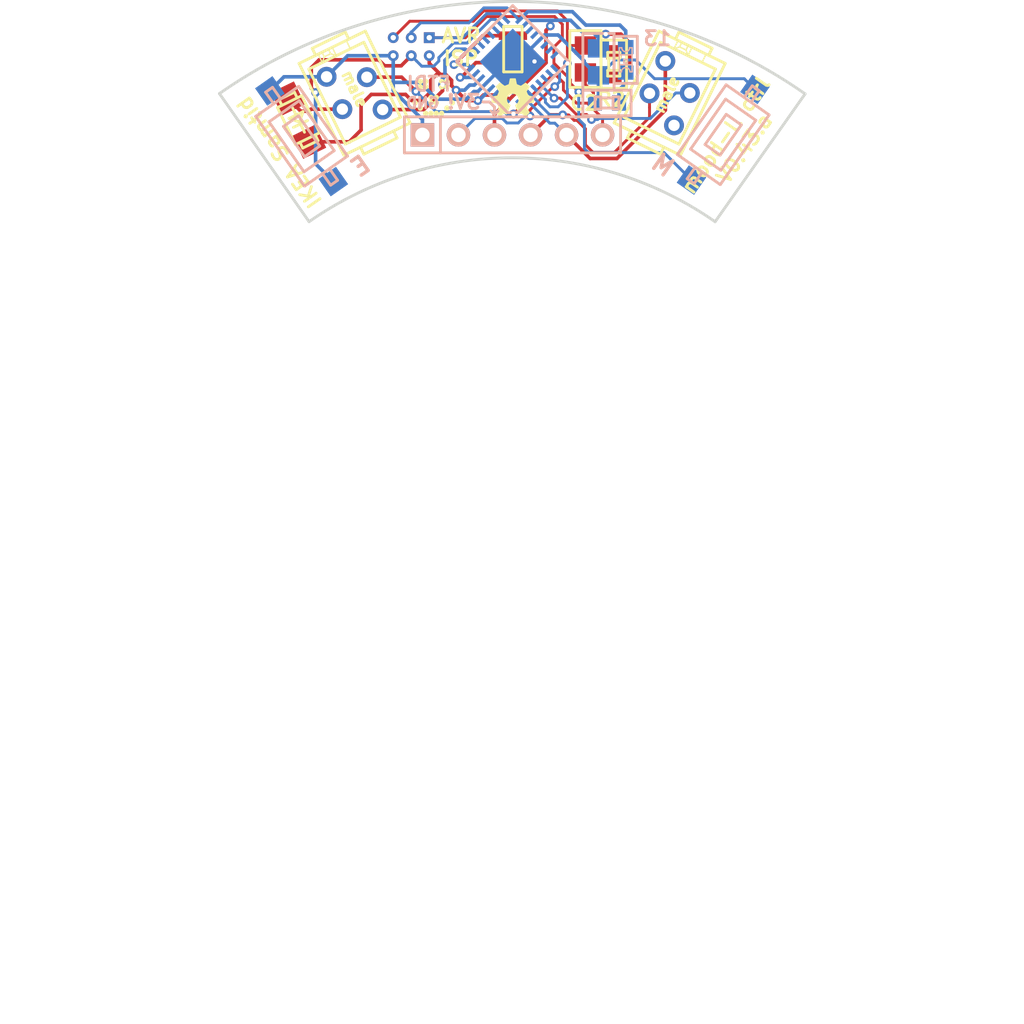
<source format=kicad_pcb>
(kicad_pcb (version 4) (host pcbnew "(2015-02-03 BZR 5403)-product")

  (general
    (links 40)
    (no_connects 0)
    (area 114.001587 86.961764 186.198413 159.328413)
    (thickness 1.6)
    (drawings 20)
    (tracks 310)
    (zones 0)
    (modules 16)
    (nets 17)
  )

  (page A4)
  (title_block
    (title IKEA-Samtid_mood-light_ctrl-board)
    (date "Thu 05 Feb 2015")
    (rev 0.43.a)
    (company "2015 - blog.spitzenpfeil.org")
  )

  (layers
    (0 F.Cu signal)
    (31 B.Cu signal)
    (34 B.Paste user hide)
    (35 F.Paste user hide)
    (36 B.SilkS user hide)
    (37 F.SilkS user hide)
    (38 B.Mask user hide)
    (39 F.Mask user hide)
    (40 Dwgs.User user)
    (41 Cmts.User user)
    (42 Eco1.User user)
    (44 Edge.Cuts user)
  )

  (setup
    (last_trace_width 0.2032)
    (user_trace_width 0.2032)
    (user_trace_width 0.254)
    (user_trace_width 1.3)
    (user_trace_width 1.5)
    (user_trace_width 2.032)
    (user_trace_width 2.54)
    (trace_clearance 0.2032)
    (zone_clearance 0.508)
    (zone_45_only no)
    (trace_min 0.2032)
    (segment_width 0.2)
    (edge_width 0.2)
    (via_size 0.6096)
    (via_drill 0.3048)
    (via_min_size 0.6096)
    (via_min_drill 0.3048)
    (user_via 0.6096 0.3048)
    (uvia_size 0.508)
    (uvia_drill 0.127)
    (uvias_allowed no)
    (uvia_min_size 0.508)
    (uvia_min_drill 0.127)
    (pcb_text_width 0.2)
    (pcb_text_size 1 1)
    (mod_edge_width 0.2)
    (mod_text_size 1 1)
    (mod_text_width 0.2)
    (pad_size 0.762 0.762)
    (pad_drill 0.381)
    (pad_to_mask_clearance 0)
    (aux_axis_origin 0 0)
    (visible_elements FFFCFF7F)
    (pcbplotparams
      (layerselection 0x010f0_80000001)
      (usegerberextensions true)
      (excludeedgelayer true)
      (linewidth 0.100000)
      (plotframeref false)
      (viasonmask false)
      (mode 1)
      (useauxorigin false)
      (hpglpennumber 1)
      (hpglpenspeed 20)
      (hpglpendiameter 15)
      (hpglpenoverlay 2)
      (psnegative false)
      (psa4output false)
      (plotreference true)
      (plotvalue true)
      (plotinvisibletext false)
      (padsonsilk false)
      (subtractmaskfromsilk true)
      (outputformat 1)
      (mirror false)
      (drillshape 0)
      (scaleselection 1)
      (outputdirectory gerber_files_ctrl-board/))
  )

  (net 0 "")
  (net 1 /XTAL2)
  (net 2 /XTAL1)
  (net 3 /SCK)
  (net 4 /MOSI)
  (net 5 /MISO)
  (net 6 /RST)
  (net 7 /VCC.B)
  (net 8 /GND.B)
  (net 9 "Net-(D65-Pad2)")
  (net 10 /ADC2)
  (net 11 /VCC.B2)
  (net 12 /RXI.B)
  (net 13 /TXO.B)
  (net 14 /LEDS.B)
  (net 15 /DTR.B)
  (net 16 /KEY.B)

  (net_class Default "This is the default net class."
    (clearance 0.2032)
    (trace_width 0.4064)
    (via_dia 0.6096)
    (via_drill 0.3048)
    (uvia_dia 0.508)
    (uvia_drill 0.127)
    (add_net /ADC2)
    (add_net /DTR.B)
    (add_net /GND.B)
    (add_net /KEY.B)
    (add_net /LEDS.B)
    (add_net /RXI.B)
    (add_net /TXO.B)
    (add_net /VCC.B2)
    (add_net /XTAL1)
    (add_net /XTAL2)
    (add_net "Net-(D65-Pad2)")
  )

  (net_class power ""
    (clearance 0.2032)
    (trace_width 2.54)
    (via_dia 0.7112)
    (via_drill 0.3048)
    (uvia_dia 0.508)
    (uvia_drill 0.127)
  )

  (net_class signal ""
    (clearance 0.1524)
    (trace_width 0.2032)
    (via_dia 0.6096)
    (via_drill 0.3048)
    (uvia_dia 0.508)
    (uvia_drill 0.127)
    (add_net /MISO)
    (add_net /MOSI)
    (add_net /RST)
    (add_net /SCK)
    (add_net /VCC.B)
  )

  (module my_parts:MADW__PIN_ARRAY_3x2_1.27mm (layer F.Cu) (tedit 54078342) (tstamp 53C2A486)
    (at 142.992751 90.423042 180)
    (descr "Male 3x2 header with 1.27mm raster")
    (tags "CONN, header, male, 3x2, 1.27mm")
    (path /53BED211)
    (clearance 0.15)
    (fp_text reference JP1 (at 0 -3.1 180) (layer F.SilkS) hide
      (effects (font (size 1 1) (thickness 0.2)))
    )
    (fp_text value AVR_ISP (at -0.831616 2.258078 180) (layer F.SilkS) hide
      (effects (font (size 1 1) (thickness 0.2)))
    )
    (pad 3 thru_hole circle (at 0 0.635 180) (size 0.762 0.762) (drill 0.381) (layers *.Cu F.Mask)
      (net 3 /SCK))
    (pad 4 thru_hole circle (at 0 -0.635 180) (size 0.762 0.762) (drill 0.381) (layers *.Cu F.Mask)
      (net 4 /MOSI))
    (pad 1 thru_hole rect (at -1.27 0.635 180) (size 0.762 0.762) (drill 0.381) (layers *.Cu F.Mask)
      (net 5 /MISO))
    (pad 2 thru_hole circle (at -1.27 -0.635 180) (size 0.762 0.762) (drill 0.381) (layers *.Cu F.Mask)
      (net 11 /VCC.B2))
    (pad 5 thru_hole circle (at 1.27 0.635 180) (size 0.762 0.762) (drill 0.381) (layers *.Cu F.Mask)
      (net 6 /RST))
    (pad 6 thru_hole circle (at 1.27 -0.635 180) (size 0.762 0.762) (drill 0.381) (layers *.Cu F.Mask)
      (net 8 /GND.B))
  )

  (module SMD_Packages:QFN-32-1EP (layer B.Cu) (tedit 54077E02) (tstamp 53C15EC4)
    (at 150.147735 91.480676 45)
    (descr QFN-32-1EP)
    (path /53C14D61)
    (attr smd)
    (fp_text reference IC1 (at -0.23 -3.72 45) (layer B.SilkS) hide
      (effects (font (size 0.762 0.762) (thickness 0.127)) (justify mirror))
    )
    (fp_text value ATMEGA168PA-M (at -0.03 3.81 45) (layer B.SilkS) hide
      (effects (font (size 0.762 0.635) (thickness 0.1524)) (justify mirror))
    )
    (fp_line (start -2.794 -2.794) (end -2.794 2.286) (layer B.SilkS) (width 0.2))
    (fp_line (start 2.794 -2.794) (end -2.794 -2.794) (layer B.SilkS) (width 0.2))
    (fp_line (start -2.286 2.794) (end 2.794 2.794) (layer B.SilkS) (width 0.2))
    (fp_line (start 2.794 2.794) (end 2.794 -2.794) (layer B.SilkS) (width 0.2))
    (fp_line (start -2.794 2.286) (end -2.286 2.794) (layer B.SilkS) (width 0.2))
    (pad 1 smd rect (at -2.39776 1.74752 45) (size 0.59944 0.24892) (layers B.Cu B.Paste B.Mask))
    (pad 2 smd rect (at -2.39776 1.24714 45) (size 0.59944 0.24892) (layers B.Cu B.Paste B.Mask))
    (pad 3 smd rect (at -2.39776 0.74676 45) (size 0.59944 0.24892) (layers B.Cu B.Paste B.Mask)
      (net 8 /GND.B))
    (pad 4 smd rect (at -2.39776 0.24638 45) (size 0.59944 0.24892) (layers B.Cu B.Paste B.Mask)
      (net 11 /VCC.B2))
    (pad 5 smd rect (at -2.39776 -0.25146 45) (size 0.59944 0.24892) (layers B.Cu B.Paste B.Mask)
      (net 8 /GND.B))
    (pad 6 smd rect (at -2.39776 -0.75184 45) (size 0.59944 0.24892) (layers B.Cu B.Paste B.Mask)
      (net 11 /VCC.B2))
    (pad 7 smd rect (at -2.39776 -1.25222 45) (size 0.59944 0.24892) (layers B.Cu B.Paste B.Mask)
      (net 2 /XTAL1))
    (pad 8 smd rect (at -2.39776 -1.7526 45) (size 0.59944 0.24892) (layers B.Cu B.Paste B.Mask)
      (net 1 /XTAL2))
    (pad 13 smd rect (at 0.24892 -2.40284 45) (size 0.24892 0.59944) (layers B.Cu B.Paste B.Mask))
    (pad 14 smd rect (at 0.74676 -2.40284 45) (size 0.24892 0.59944) (layers B.Cu B.Paste B.Mask))
    (pad 15 smd rect (at 1.24714 -2.40284 45) (size 0.24892 0.59944) (layers B.Cu B.Paste B.Mask)
      (net 4 /MOSI))
    (pad 16 smd rect (at 1.74752 -2.40284 45) (size 0.24892 0.59944) (layers B.Cu B.Paste B.Mask)
      (net 5 /MISO))
    (pad 33 smd rect (at 0 0 45) (size 3.29946 3.29946) (layers B.Cu B.Paste B.Mask)
      (net 8 /GND.B))
    (pad 9 smd rect (at -1.75006 -2.40284 45) (size 0.24892 0.59944) (layers B.Cu B.Paste B.Mask)
      (net 14 /LEDS.B))
    (pad 10 smd rect (at -1.24968 -2.40284 45) (size 0.24892 0.59944) (layers B.Cu B.Paste B.Mask))
    (pad 11 smd rect (at -0.7493 -2.40284 45) (size 0.24892 0.59944) (layers B.Cu B.Paste B.Mask))
    (pad 12 smd rect (at -0.25146 -2.40284 45) (size 0.24892 0.59944) (layers B.Cu B.Paste B.Mask))
    (pad 17 smd rect (at 2.39776 -1.74752 45) (size 0.59944 0.24892) (layers B.Cu B.Paste B.Mask)
      (net 3 /SCK))
    (pad 18 smd rect (at 2.4003 -1.24714 45) (size 0.59944 0.24892) (layers B.Cu B.Paste B.Mask)
      (net 11 /VCC.B2))
    (pad 19 smd rect (at 2.4003 -0.7493 45) (size 0.59944 0.24892) (layers B.Cu B.Paste B.Mask))
    (pad 20 smd rect (at 2.4003 -0.24892 45) (size 0.59944 0.24892) (layers B.Cu B.Paste B.Mask))
    (pad 21 smd rect (at 2.4003 0.25146 45) (size 0.59944 0.24892) (layers B.Cu B.Paste B.Mask)
      (net 8 /GND.B))
    (pad 22 smd rect (at 2.4003 0.75184 45) (size 0.59944 0.24892) (layers B.Cu B.Paste B.Mask))
    (pad 23 smd rect (at 2.4003 1.25222 45) (size 0.59944 0.24892) (layers B.Cu B.Paste B.Mask))
    (pad 24 smd rect (at 2.4003 1.7526 45) (size 0.59944 0.24892) (layers B.Cu B.Paste B.Mask))
    (pad 25 smd rect (at 1.75006 2.4003 45) (size 0.24892 0.59944) (layers B.Cu B.Paste B.Mask)
      (net 10 /ADC2))
    (pad 26 smd rect (at 1.24968 2.4003 45) (size 0.24892 0.59944) (layers B.Cu B.Paste B.Mask))
    (pad 27 smd rect (at 0.7493 2.4003 45) (size 0.24892 0.59944) (layers B.Cu B.Paste B.Mask))
    (pad 28 smd rect (at 0.25146 2.4003 45) (size 0.24892 0.59944) (layers B.Cu B.Paste B.Mask)
      (net 16 /KEY.B))
    (pad 29 smd rect (at -0.24892 2.4003 45) (size 0.24892 0.59944) (layers B.Cu B.Paste B.Mask)
      (net 6 /RST))
    (pad 30 smd rect (at -0.7493 2.4003 45) (size 0.24892 0.59944) (layers B.Cu B.Paste B.Mask)
      (net 12 /RXI.B))
    (pad 31 smd rect (at -1.24968 2.4003 45) (size 0.24892 0.59944) (layers B.Cu B.Paste B.Mask)
      (net 13 /TXO.B))
    (pad 32 smd rect (at -1.75006 2.4003 45) (size 0.24892 0.59944) (layers B.Cu B.Paste B.Mask))
  )

  (module micro-MaTch:0-215464-4_TH_4-pin_male (layer F.Cu) (tedit 53D14E1F) (tstamp 53D1083F)
    (at 139 93.7 116)
    (tags "micro-MaTch, TH, 4-pin, male")
    (path /53C2AAB4)
    (fp_text reference P3.2 (at 0 -3.8 116) (layer B.SilkS) hide
      (effects (font (size 1 1) (thickness 0.2)))
    )
    (fp_text value B-to-B-1B (at 0 3.9 116) (layer B.SilkS) hide
      (effects (font (size 1 1) (thickness 0.2)))
    )
    (fp_text user male (at 0.269638 0.131511 116) (layer F.SilkS)
      (effects (font (size 0.75 0.75) (thickness 0.1875)))
    )
    (fp_line (start 3.24 -0.3) (end 3.6 -0.3) (layer F.SilkS) (width 0.1))
    (fp_line (start 3.24 -0.8) (end 3.6 -0.8) (layer F.SilkS) (width 0.1))
    (fp_line (start 2.94 0) (end 3.24 -0.3) (layer F.SilkS) (width 0.1))
    (fp_line (start 3.24 -0.3) (end 3.24 -0.8) (layer F.SilkS) (width 0.1))
    (fp_line (start 2.94 -1.1) (end 3.24 -0.8) (layer F.SilkS) (width 0.1))
    (fp_line (start 2.94 0) (end 3.6 0) (layer F.SilkS) (width 0.1))
    (fp_line (start 2.94 1.1) (end 3.6 1.1) (layer F.SilkS) (width 0.1))
    (fp_line (start 2.94 -1.1) (end 3.6 -1.1) (layer F.SilkS) (width 0.1))
    (fp_line (start -2.94 -2.16) (end 2.94 -2.16) (layer F.SilkS) (width 0.2))
    (fp_line (start 2.94 -2.16) (end 2.94 2.16) (layer F.SilkS) (width 0.2))
    (fp_line (start 2.94 2.16) (end -2.94 2.16) (layer F.SilkS) (width 0.2))
    (fp_line (start -2.94 2.16) (end -2.94 -2.16) (layer F.SilkS) (width 0.2))
    (fp_line (start -3.6 -1.3) (end -4.15 -1.3) (layer F.SilkS) (width 0.2))
    (fp_line (start -4.15 -1.3) (end -4.15 1.3) (layer F.SilkS) (width 0.2))
    (fp_line (start -4.15 1.3) (end -3.6 1.3) (layer F.SilkS) (width 0.2))
    (fp_line (start 3.6 -1.3) (end 4.15 -1.3) (layer F.SilkS) (width 0.2))
    (fp_line (start 4.15 -1.3) (end 4.15 1.3) (layer F.SilkS) (width 0.2))
    (fp_line (start 4.15 1.3) (end 3.6 1.3) (layer F.SilkS) (width 0.2))
    (fp_line (start -3.6 -2.6) (end 3.6 -2.6) (layer F.SilkS) (width 0.2))
    (fp_line (start 3.6 -2.6) (end 3.6 2.6) (layer F.SilkS) (width 0.2))
    (fp_line (start 3.6 2.6) (end -3.6 2.6) (layer F.SilkS) (width 0.2))
    (fp_line (start -3.6 2.6) (end -3.6 -2.6) (layer F.SilkS) (width 0.2))
    (pad 1 thru_hole circle (at 1.905 -1.27 116) (size 1.4 1.4) (drill 0.8) (layers *.Cu *.Mask)
      (net 8 /GND.B))
    (pad 2 thru_hole circle (at 0.635 1.27 116) (size 1.4 1.4) (drill 0.8) (layers *.Cu *.Mask)
      (net 15 /DTR.B))
    (pad 3 thru_hole circle (at -0.635 -1.27 116) (size 1.4 1.4) (drill 0.8) (layers *.Cu *.Mask)
      (net 7 /VCC.B))
    (pad 4 thru_hole circle (at -1.905 1.27 116) (size 1.4 1.4) (drill 0.8) (layers *.Cu *.Mask)
      (net 14 /LEDS.B))
  )

  (module my_parts:MADW__CHIPLED-0603 (layer B.Cu) (tedit 53D2431A) (tstamp 53D24E62)
    (at 158.11 91.35 270)
    (descr CHIPLED)
    (tags CHIPLED)
    (path /53D25751)
    (attr smd)
    (fp_text reference D65 (at 0 1.9 270) (layer B.SilkS) hide
      (effects (font (size 1 1) (thickness 0.2)) (justify mirror))
    )
    (fp_text value LED (at 0 -1.9 270) (layer B.SilkS) hide
      (effects (font (size 1 1) (thickness 0.2)) (justify mirror))
    )
    (fp_line (start -1.66 0.82) (end -1.66 -0.82) (layer B.SilkS) (width 0.2))
    (fp_line (start 1.66 -0.82) (end -1.66 -0.82) (layer B.SilkS) (width 0.2))
    (fp_line (start 1.66 0.82) (end 1.66 -0.82) (layer B.SilkS) (width 0.2))
    (fp_line (start -1.66 0.82) (end 1.66 0.82) (layer B.SilkS) (width 0.2))
    (fp_line (start -0.35144 -0.44978) (end 0.34856 -0.44978) (layer B.SilkS) (width 0.1))
    (fp_line (start 0.34856 0.45022) (end -0.35144 0.45022) (layer B.SilkS) (width 0.1))
    (fp_line (start 0.84856 0.30022) (end 0.84856 0.45022) (layer B.SilkS) (width 0.1))
    (fp_line (start 0.84856 0.45022) (end 0.34856 0.45022) (layer B.SilkS) (width 0.1))
    (fp_line (start 0.34856 0.45022) (end 0.34856 -0.44978) (layer B.SilkS) (width 0.1))
    (fp_line (start 0.34856 -0.44978) (end 0.84856 -0.44978) (layer B.SilkS) (width 0.1))
    (fp_line (start 0.84856 -0.44978) (end 0.84856 -0.29978) (layer B.SilkS) (width 0.1))
    (fp_line (start -0.85144 -0.44978) (end -0.85144 -0.27478) (layer B.SilkS) (width 0.1))
    (fp_line (start -0.85144 0.45022) (end -0.85144 0.27522) (layer B.SilkS) (width 0.1))
    (fp_line (start -0.85144 -0.44978) (end -0.35144 -0.44978) (layer B.SilkS) (width 0.1))
    (fp_line (start -0.35144 -0.44978) (end -0.35144 0.45022) (layer B.SilkS) (width 0.1))
    (fp_line (start -0.35144 0.45022) (end -0.85144 0.45022) (layer B.SilkS) (width 0.1))
    (fp_line (start -0.02644 0.12468) (end -0.02644 -0.12424) (layer B.SilkS) (width 0.1))
    (fp_line (start -0.02644 -0.12424) (end 0.22248 -0.12424) (layer B.SilkS) (width 0.1))
    (fp_line (start 0.22248 0.12468) (end 0.22248 -0.12424) (layer B.SilkS) (width 0.1))
    (fp_line (start -0.02644 0.12468) (end 0.22248 0.12468) (layer B.SilkS) (width 0.1))
    (fp_arc (start 0.84652 0.00022) (end 0.84652 -0.2995) (angle -180) (layer B.SilkS) (width 0.1))
    (fp_arc (start -0.8494 0.00022) (end -0.8494 0.27454) (angle -180) (layer B.SilkS) (width 0.1))
    (pad 1 smd rect (at -0.9 0 270) (size 1 1.1) (layers B.Cu B.Paste B.Mask)
      (net 3 /SCK))
    (pad 2 smd rect (at 0.9 0 270) (size 1 1.1) (layers B.Cu B.Paste B.Mask)
      (net 9 "Net-(D65-Pad2)"))
  )

  (module micro-MaTch:0-215464-4_TH_4-pin_male (layer F.Cu) (tedit 53D14E92) (tstamp 54D0D123)
    (at 161.21 93.7 64)
    (tags "micro-MaTch, TH, 4-pin, male")
    (path /53C2AB16)
    (fp_text reference P4.2 (at 0 -3.8 64) (layer B.SilkS) hide
      (effects (font (size 1 1) (thickness 0.2)))
    )
    (fp_text value B-to-B-2B (at 0 3.9 64) (layer B.SilkS) hide
      (effects (font (size 1 1) (thickness 0.2)))
    )
    (fp_text user male (at -0.181937 -0.14491 64) (layer F.SilkS)
      (effects (font (size 0.75 0.75) (thickness 0.1875)))
    )
    (fp_line (start 3.24 -0.3) (end 3.6 -0.3) (layer F.SilkS) (width 0.1))
    (fp_line (start 3.24 -0.8) (end 3.6 -0.8) (layer F.SilkS) (width 0.1))
    (fp_line (start 2.94 0) (end 3.24 -0.3) (layer F.SilkS) (width 0.1))
    (fp_line (start 3.24 -0.3) (end 3.24 -0.8) (layer F.SilkS) (width 0.1))
    (fp_line (start 2.94 -1.1) (end 3.24 -0.8) (layer F.SilkS) (width 0.1))
    (fp_line (start 2.94 0) (end 3.6 0) (layer F.SilkS) (width 0.1))
    (fp_line (start 2.94 1.1) (end 3.6 1.1) (layer F.SilkS) (width 0.1))
    (fp_line (start 2.94 -1.1) (end 3.6 -1.1) (layer F.SilkS) (width 0.1))
    (fp_line (start -2.94 -2.16) (end 2.94 -2.16) (layer F.SilkS) (width 0.2))
    (fp_line (start 2.94 -2.16) (end 2.94 2.16) (layer F.SilkS) (width 0.2))
    (fp_line (start 2.94 2.16) (end -2.94 2.16) (layer F.SilkS) (width 0.2))
    (fp_line (start -2.94 2.16) (end -2.94 -2.16) (layer F.SilkS) (width 0.2))
    (fp_line (start -3.6 -1.3) (end -4.15 -1.3) (layer F.SilkS) (width 0.2))
    (fp_line (start -4.15 -1.3) (end -4.15 1.3) (layer F.SilkS) (width 0.2))
    (fp_line (start -4.15 1.3) (end -3.6 1.3) (layer F.SilkS) (width 0.2))
    (fp_line (start 3.6 -1.3) (end 4.15 -1.3) (layer F.SilkS) (width 0.2))
    (fp_line (start 4.15 -1.3) (end 4.15 1.3) (layer F.SilkS) (width 0.2))
    (fp_line (start 4.15 1.3) (end 3.6 1.3) (layer F.SilkS) (width 0.2))
    (fp_line (start -3.6 -2.6) (end 3.6 -2.6) (layer F.SilkS) (width 0.2))
    (fp_line (start 3.6 -2.6) (end 3.6 2.6) (layer F.SilkS) (width 0.2))
    (fp_line (start 3.6 2.6) (end -3.6 2.6) (layer F.SilkS) (width 0.2))
    (fp_line (start -3.6 2.6) (end -3.6 -2.6) (layer F.SilkS) (width 0.2))
    (pad 1 thru_hole circle (at 1.905 -1.27 64) (size 1.4 1.4) (drill 0.8) (layers *.Cu *.Mask)
      (net 13 /TXO.B))
    (pad 2 thru_hole circle (at 0.635 1.27 64) (size 1.4 1.4) (drill 0.8) (layers *.Cu *.Mask)
      (net 16 /KEY.B))
    (pad 3 thru_hole circle (at -0.635 -1.27 64) (size 1.4 1.4) (drill 0.8) (layers *.Cu *.Mask)
      (net 12 /RXI.B))
    (pad 4 thru_hole circle (at -1.905 1.27 64) (size 1.4 1.4) (drill 0.8) (layers *.Cu *.Mask))
  )

  (module my_parts:MADW__SIL-6 (layer B.Cu) (tedit 53D24230) (tstamp 54077B31)
    (at 150.13 96.64)
    (tags "CONN DEV")
    (path /53BED26D)
    (fp_text reference P1 (at 0 2.54) (layer B.SilkS) hide
      (effects (font (size 1 1) (thickness 0.2)) (justify mirror))
    )
    (fp_text value FTDI (at -5.90117 -3.589874) (layer B.SilkS)
      (effects (font (size 1 1) (thickness 0.2)) (justify mirror))
    )
    (fp_line (start -7.62 -1.27) (end -7.62 1.27) (layer B.SilkS) (width 0.2))
    (fp_line (start -7.62 1.27) (end 7.62 1.27) (layer B.SilkS) (width 0.2))
    (fp_line (start 7.62 1.27) (end 7.62 -1.27) (layer B.SilkS) (width 0.2))
    (fp_line (start 7.62 -1.27) (end -7.62 -1.27) (layer B.SilkS) (width 0.2))
    (fp_line (start -5.08 -1.27) (end -5.08 1.27) (layer B.SilkS) (width 0.2))
    (pad 1 thru_hole rect (at -6.35 0) (size 1.65 1.65) (drill 1.016) (layers *.Cu *.Mask B.SilkS)
      (net 8 /GND.B))
    (pad 2 thru_hole circle (at -3.81 0) (size 1.65 1.65) (drill 1.016) (layers *.Cu *.Mask B.SilkS)
      (net 10 /ADC2))
    (pad 3 thru_hole circle (at -1.27 0) (size 1.65 1.65) (drill 1.016) (layers *.Cu *.Mask B.SilkS)
      (net 11 /VCC.B2))
    (pad 4 thru_hole circle (at 1.27 0) (size 1.65 1.65) (drill 1.016) (layers *.Cu *.Mask B.SilkS)
      (net 12 /RXI.B))
    (pad 5 thru_hole circle (at 3.81 0) (size 1.65 1.65) (drill 1.016) (layers *.Cu *.Mask B.SilkS)
      (net 13 /TXO.B))
    (pad 6 thru_hole circle (at 6.35 0) (size 1.65 1.65) (drill 1.016) (layers *.Cu *.Mask B.SilkS)
      (net 15 /DTR.B))
  )

  (module my_parts:MADW__C0805 (layer B.Cu) (tedit 53CFFE93) (tstamp 53D64BC7)
    (at 156.19 91.49 270)
    (descr CAPACITOR)
    (tags CAPACITOR)
    (path /53BED138)
    (attr smd)
    (fp_text reference C1 (at 2.96 -0.01 360) (layer B.SilkS) hide
      (effects (font (size 1 1) (thickness 0.2)) (justify mirror))
    )
    (fp_text value 1µF (at 0 -2.2 270) (layer B.SilkS) hide
      (effects (font (size 1 1) (thickness 0.2)) (justify mirror))
    )
    (fp_line (start 2 1.1) (end -2 1.1) (layer B.SilkS) (width 0.2))
    (fp_line (start 2 1.1) (end 2 -1.1) (layer B.SilkS) (width 0.2))
    (fp_line (start 2 -1.1) (end -2 -1.1) (layer B.SilkS) (width 0.2))
    (fp_line (start -2 -1.1) (end -2 1.1) (layer B.SilkS) (width 0.2))
    (fp_line (start 0.2 0.4) (end 0.2 -0.4) (layer Dwgs.User) (width 0.1))
    (fp_line (start -0.2 0.4) (end -0.2 -0.4) (layer Dwgs.User) (width 0.1))
    (fp_line (start -0.2 0) (end -0.6 0) (layer Dwgs.User) (width 0.1))
    (fp_line (start 0.2 0) (end 0.6 0) (layer Dwgs.User) (width 0.1))
    (fp_line (start -1 0.63) (end 1 0.63) (layer Dwgs.User) (width 0.2))
    (fp_line (start 1 0.63) (end 1 -0.63) (layer Dwgs.User) (width 0.2))
    (fp_line (start 1 -0.63) (end -1 -0.63) (layer Dwgs.User) (width 0.2))
    (fp_line (start -1 -0.63) (end -1 0.63) (layer Dwgs.User) (width 0.2))
    (pad 1 smd rect (at -0.94996 0 270) (size 1.29794 1.4986) (layers B.Cu B.Paste B.Mask)
      (net 11 /VCC.B2))
    (pad 2 smd rect (at 0.94996 0 270) (size 1.29794 1.4986) (layers B.Cu B.Paste B.Mask)
      (net 8 /GND.B))
  )

  (module my_parts:MADW__murata-resonator__CSTCE16M0V53-R0 (layer F.Cu) (tedit 53C06579) (tstamp 53C2A4D7)
    (at 150.157061 90.598034 90)
    (path /53C088B5)
    (fp_text reference X1 (at 0 -2.4003 90) (layer F.SilkS) hide
      (effects (font (size 1 1) (thickness 0.2)))
    )
    (fp_text value CSTCE16M0V53-R0 (at 0 2.60096 90) (layer F.SilkS) hide
      (effects (font (size 1 1) (thickness 0.2)))
    )
    (fp_line (start 1.6 0.65) (end -1.6 0.65) (layer F.SilkS) (width 0.2))
    (fp_line (start -1.6 -0.65) (end 1.6 -0.65) (layer F.SilkS) (width 0.2))
    (fp_line (start 1.6002 -0.65) (end 1.6002 0.65) (layer F.SilkS) (width 0.2))
    (fp_line (start -1.6002 -0.65) (end -1.6002 0.65) (layer F.SilkS) (width 0.2))
    (pad 1 smd rect (at -0.95 0 90) (size 0.6 2) (layers F.Cu F.Paste F.Mask)
      (net 2 /XTAL1))
    (pad 2 smd rect (at 0 0 90) (size 0.6 2) (layers F.Cu F.Paste F.Mask)
      (net 8 /GND.B))
    (pad 3 smd rect (at 0.95 0 90) (size 0.6 2) (layers F.Cu F.Paste F.Mask)
      (net 1 /XTAL2))
  )

  (module my_parts:MADW__push-button-SMD-3.7x6.0 (layer B.Cu) (tedit 53C2E3BA) (tstamp 53F9E176)
    (at 135.262416 96.736769 125)
    (tags "C&K, 611-RS-282G05A3-SMRT")
    (path /53C15F1B)
    (fp_text reference SW1 (at 0 2.55 125) (layer B.SilkS) hide
      (effects (font (size 1 1) (thickness 0.2)) (justify mirror))
    )
    (fp_text value ENTER (at 0.201396 2.735094 125) (layer B.SilkS) hide
      (effects (font (size 1 1) (thickness 0.2)) (justify mirror))
    )
    (fp_line (start -2.15 1.3) (end 2.15 1.3) (layer B.SilkS) (width 0.2))
    (fp_line (start 2.15 1.3) (end 2.15 -1.3) (layer B.SilkS) (width 0.2))
    (fp_line (start 2.15 -1.3) (end -2.15 -1.3) (layer B.SilkS) (width 0.2))
    (fp_line (start -2.15 -1.3) (end -2.15 1.3) (layer B.SilkS) (width 0.2))
    (fp_line (start -1.3 0.65) (end 1.3 0.65) (layer B.SilkS) (width 0.2))
    (fp_line (start 1.3 0.65) (end 1.3 -0.65) (layer B.SilkS) (width 0.2))
    (fp_line (start 1.3 -0.65) (end -1.3 -0.65) (layer B.SilkS) (width 0.2))
    (fp_line (start -1.3 -0.65) (end -1.3 0.65) (layer B.SilkS) (width 0.2))
    (fp_line (start 3 0.3) (end 4 0.3) (layer B.SilkS) (width 0.2))
    (fp_line (start 4 0.3) (end 4 -0.3) (layer B.SilkS) (width 0.2))
    (fp_line (start 4 -0.3) (end 3 -0.3) (layer B.SilkS) (width 0.2))
    (fp_line (start -3 0.3) (end -4 0.3) (layer B.SilkS) (width 0.2))
    (fp_line (start -4 0.3) (end -4 -0.3) (layer B.SilkS) (width 0.2))
    (fp_line (start -4 -0.3) (end -3 -0.3) (layer B.SilkS) (width 0.2))
    (fp_line (start 3 1.85) (end 3 -1.85) (layer B.SilkS) (width 0.2))
    (fp_line (start 3 -1.85) (end -3 -1.85) (layer B.SilkS) (width 0.2))
    (fp_line (start -3 -1.85) (end -3 1.85) (layer B.SilkS) (width 0.2))
    (fp_line (start -3 1.85) (end 3 1.85) (layer B.SilkS) (width 0.2))
    (pad 1 smd rect (at -3.9 0 125) (size 1.5 1.5) (layers B.Cu B.Paste B.Mask)
      (net 4 /MOSI))
    (pad 2 smd rect (at 3.9 0 125) (size 1.5 1.5) (layers B.Cu B.Paste B.Mask)
      (net 8 /GND.B))
  )

  (module my_parts:MADW__push-button-SMD-3.7x6.0 (layer B.Cu) (tedit 53C2E3BE) (tstamp 53F9E114)
    (at 164.983426 96.628226 55)
    (tags "C&K, 611-RS-282G05A3-SMRT")
    (path /53C15FEF)
    (fp_text reference SW2 (at 0 2.55 55) (layer B.SilkS) hide
      (effects (font (size 1 1) (thickness 0.2)) (justify mirror))
    )
    (fp_text value MODE (at 1.350062 -2.661153 55) (layer B.SilkS) hide
      (effects (font (size 1 1) (thickness 0.2)) (justify mirror))
    )
    (fp_line (start -2.15 1.3) (end 2.15 1.3) (layer B.SilkS) (width 0.2))
    (fp_line (start 2.15 1.3) (end 2.15 -1.3) (layer B.SilkS) (width 0.2))
    (fp_line (start 2.15 -1.3) (end -2.15 -1.3) (layer B.SilkS) (width 0.2))
    (fp_line (start -2.15 -1.3) (end -2.15 1.3) (layer B.SilkS) (width 0.2))
    (fp_line (start -1.3 0.65) (end 1.3 0.65) (layer B.SilkS) (width 0.2))
    (fp_line (start 1.3 0.65) (end 1.3 -0.65) (layer B.SilkS) (width 0.2))
    (fp_line (start 1.3 -0.65) (end -1.3 -0.65) (layer B.SilkS) (width 0.2))
    (fp_line (start -1.3 -0.65) (end -1.3 0.65) (layer B.SilkS) (width 0.2))
    (fp_line (start 3 0.3) (end 4 0.3) (layer B.SilkS) (width 0.2))
    (fp_line (start 4 0.3) (end 4 -0.3) (layer B.SilkS) (width 0.2))
    (fp_line (start 4 -0.3) (end 3 -0.3) (layer B.SilkS) (width 0.2))
    (fp_line (start -3 0.3) (end -4 0.3) (layer B.SilkS) (width 0.2))
    (fp_line (start -4 0.3) (end -4 -0.3) (layer B.SilkS) (width 0.2))
    (fp_line (start -4 -0.3) (end -3 -0.3) (layer B.SilkS) (width 0.2))
    (fp_line (start 3 1.85) (end 3 -1.85) (layer B.SilkS) (width 0.2))
    (fp_line (start 3 -1.85) (end -3 -1.85) (layer B.SilkS) (width 0.2))
    (fp_line (start -3 -1.85) (end -3 1.85) (layer B.SilkS) (width 0.2))
    (fp_line (start -3 1.85) (end 3 1.85) (layer B.SilkS) (width 0.2))
    (pad 1 smd rect (at -3.9 0 55) (size 1.5 1.5) (layers B.Cu B.Paste B.Mask)
      (net 5 /MISO))
    (pad 2 smd rect (at 3.9 0 55) (size 1.5 1.5) (layers B.Cu B.Paste B.Mask)
      (net 8 /GND.B))
  )

  (module my_parts:MADW__R0603_2 (layer B.Cu) (tedit 53D240A5) (tstamp 53D24E76)
    (at 156.79 94.39 180)
    (descr RESISTOR)
    (tags RESISTOR)
    (path /53D25DCF)
    (attr smd)
    (fp_text reference R1 (at 0 1.9 180) (layer B.SilkS) hide
      (effects (font (size 1 1) (thickness 0.2)) (justify mirror))
    )
    (fp_text value 1k (at 0 -2.1 180) (layer B.SilkS) hide
      (effects (font (size 1 1) (thickness 0.2)) (justify mirror))
    )
    (fp_line (start -1.7 0.9) (end 1.7 0.9) (layer B.SilkS) (width 0.2))
    (fp_line (start 1.7 0.9) (end 1.7 -0.9) (layer B.SilkS) (width 0.2))
    (fp_line (start 1.7 -0.9) (end -1.7 -0.9) (layer B.SilkS) (width 0.2))
    (fp_line (start -1.7 -0.9) (end -1.7 0.9) (layer B.SilkS) (width 0.2))
    (fp_line (start 0.4318 -0.4318) (end 0.8382 -0.4318) (layer B.SilkS) (width 0.2))
    (fp_line (start 0.8382 -0.4318) (end 0.8382 0.4318) (layer B.SilkS) (width 0.2))
    (fp_line (start 0.4318 0.4318) (end 0.8382 0.4318) (layer B.SilkS) (width 0.2))
    (fp_line (start 0.4318 -0.4318) (end 0.4318 0.4318) (layer B.SilkS) (width 0.2))
    (fp_line (start -0.8382 -0.4318) (end -0.4318 -0.4318) (layer B.SilkS) (width 0.2))
    (fp_line (start -0.4318 -0.4318) (end -0.4318 0.4318) (layer B.SilkS) (width 0.2))
    (fp_line (start -0.8382 0.4318) (end -0.4318 0.4318) (layer B.SilkS) (width 0.2))
    (fp_line (start -0.8382 -0.4318) (end -0.8382 0.4318) (layer B.SilkS) (width 0.2))
    (fp_line (start -0.4318 -0.3556) (end 0.4318 -0.3556) (layer B.SilkS) (width 0.2))
    (fp_line (start 0.4318 0.3556) (end -0.4318 0.3556) (layer B.SilkS) (width 0.2))
    (pad 1 smd rect (at -0.84836 0 180) (size 0.99822 1.09982) (layers B.Cu B.Paste B.Mask)
      (net 9 "Net-(D65-Pad2)"))
    (pad 2 smd rect (at 0.84836 0 180) (size 0.99822 1.09982) (layers B.Cu B.Paste B.Mask)
      (net 8 /GND.B))
  )

  (module my_parts:MADW__C0805 (layer F.Cu) (tedit 53D649E3) (tstamp 53D64A96)
    (at 155.27 91.29 90)
    (descr CAPACITOR)
    (tags CAPACITOR)
    (path /53D662A7)
    (attr smd)
    (fp_text reference C2 (at -3.11 -0.07 180) (layer F.SilkS)
      (effects (font (size 1 1) (thickness 0.2)))
    )
    (fp_text value 1nF (at 0 2.2 90) (layer F.SilkS) hide
      (effects (font (size 1 1) (thickness 0.2)))
    )
    (fp_line (start 2 -1.1) (end -2 -1.1) (layer F.SilkS) (width 0.2))
    (fp_line (start 2 -1.1) (end 2 1.1) (layer F.SilkS) (width 0.2))
    (fp_line (start 2 1.1) (end -2 1.1) (layer F.SilkS) (width 0.2))
    (fp_line (start -2 1.1) (end -2 -1.1) (layer F.SilkS) (width 0.2))
    (fp_line (start 0.2 -0.4) (end 0.2 0.4) (layer Dwgs.User) (width 0.1))
    (fp_line (start -0.2 -0.4) (end -0.2 0.4) (layer Dwgs.User) (width 0.1))
    (fp_line (start -0.2 0) (end -0.6 0) (layer Dwgs.User) (width 0.1))
    (fp_line (start 0.2 0) (end 0.6 0) (layer Dwgs.User) (width 0.1))
    (fp_line (start -1 -0.63) (end 1 -0.63) (layer Dwgs.User) (width 0.2))
    (fp_line (start 1 -0.63) (end 1 0.63) (layer Dwgs.User) (width 0.2))
    (fp_line (start 1 0.63) (end -1 0.63) (layer Dwgs.User) (width 0.2))
    (fp_line (start -1 0.63) (end -1 -0.63) (layer Dwgs.User) (width 0.2))
    (pad 1 smd rect (at -0.94996 0 90) (size 1.29794 1.4986) (layers F.Cu F.Paste F.Mask)
      (net 15 /DTR.B))
    (pad 2 smd rect (at 0.94996 0 90) (size 1.29794 1.4986) (layers F.Cu F.Paste F.Mask)
      (net 6 /RST))
  )

  (module led-smile:LED_smile_silkscreen_3mm (layer F.Cu) (tedit 53DB8128) (tstamp 53DBF6CC)
    (at 144.57294 94)
    (fp_text reference LOGO1 (at 0 1.7272) (layer F.SilkS) hide
      (effects (font (size 0.127 0.127) (thickness 0.00762)))
    )
    (fp_text value LED_smile_silkscreen_3mm (at 0 -1.7272) (layer F.SilkS) hide
      (effects (font (size 0.0381 0.0381) (thickness 0.00762)))
    )
    (fp_poly (pts (xy 0.56642 1.31064) (xy 0.60452 1.30556) (xy 0.63754 1.2954) (xy 0.65278 1.28778)
      (xy 0.6858 1.26492) (xy 0.7112 1.23698) (xy 0.72898 1.2065) (xy 0.74168 1.17094)
      (xy 0.7493 1.13538) (xy 0.74676 1.09728) (xy 0.73914 1.06172) (xy 0.72136 1.02616)
      (xy 0.7112 1.01092) (xy 0.69596 0.99314) (xy 0.67818 0.9779) (xy 0.66294 0.9652)
      (xy 0.65786 0.96266) (xy 0.62484 0.94742) (xy 0.59182 0.9398) (xy 0.55372 0.93726)
      (xy 0.54102 0.93726) (xy 0.5207 0.9398) (xy 0.50292 0.94488) (xy 0.4826 0.95504)
      (xy 0.45974 0.9652) (xy 0.42926 0.9906) (xy 0.4064 1.02108) (xy 0.38608 1.0541)
      (xy 0.381 1.06934) (xy 0.37592 1.08966) (xy 0.37338 1.10236) (xy 0.37338 1.1049)
      (xy 0.37338 1.1049) (xy 0.37338 1.09728) (xy 0.37338 1.09728) (xy 0.36576 1.07188)
      (xy 0.35814 1.04902) (xy 0.34544 1.02616) (xy 0.32512 0.99822) (xy 0.29718 0.97282)
      (xy 0.26416 0.9525) (xy 0.22606 0.9398) (xy 0.18796 0.93726) (xy 0.1778 0.93726)
      (xy 0.14732 0.9398) (xy 0.11938 0.94742) (xy 0.1143 0.94996) (xy 0.08128 0.96774)
      (xy 0.05334 0.9906) (xy 0.03048 1.02108) (xy 0.0127 1.05156) (xy 0.00254 1.08458)
      (xy 0.00254 1.08712) (xy 0 1.09474) (xy 0 1.09982) (xy 0 1.09982)
      (xy 0 1.09474) (xy -0.00254 1.08458) (xy -0.00254 1.08204) (xy -0.01524 1.04902)
      (xy -0.03302 1.016) (xy -0.05588 0.98806) (xy -0.07874 0.97028) (xy -0.11176 0.9525)
      (xy -0.14732 0.9398) (xy -0.18796 0.93726) (xy -0.2159 0.9398) (xy -0.25146 0.94742)
      (xy -0.28702 0.9652) (xy -0.3175 0.98806) (xy -0.34036 1.01854) (xy -0.34544 1.02362)
      (xy -0.35306 1.03632) (xy -0.35814 1.04902) (xy -0.36068 1.05664) (xy -0.3683 1.07442)
      (xy -0.37084 1.08966) (xy -0.37338 1.10236) (xy -0.37338 1.1049) (xy -0.37338 1.1049)
      (xy -0.37592 1.09728) (xy -0.37846 1.07696) (xy -0.38862 1.05156) (xy -0.39878 1.0287)
      (xy -0.42164 0.99822) (xy -0.45212 0.97282) (xy -0.48514 0.9525) (xy -0.5207 0.9398)
      (xy -0.5588 0.93726) (xy -0.59436 0.9398) (xy -0.63246 0.94996) (xy -0.66548 0.96774)
      (xy -0.69596 0.99314) (xy -0.7112 1.01092) (xy -0.7239 1.03124) (xy -0.7366 1.0541)
      (xy -0.74168 1.07442) (xy -0.7493 1.11252) (xy -0.74676 1.14808) (xy -0.73914 1.18364)
      (xy -0.7239 1.21666) (xy -0.70358 1.2446) (xy -0.67818 1.27) (xy -0.6477 1.29032)
      (xy -0.61468 1.30302) (xy -0.57658 1.31064) (xy -0.5715 1.31064) (xy -0.5334 1.31064)
      (xy -0.49784 1.30048) (xy -0.46482 1.28524) (xy -0.45212 1.27508) (xy -0.42672 1.25476)
      (xy -0.40386 1.22682) (xy -0.38862 1.19888) (xy -0.38608 1.18872) (xy -0.381 1.17348)
      (xy -0.37592 1.1557) (xy -0.37338 1.143) (xy -0.37338 1.13538) (xy -0.37338 1.143)
      (xy -0.37338 1.15062) (xy -0.3683 1.16586) (xy -0.36322 1.18618) (xy -0.35814 1.20142)
      (xy -0.34798 1.2192) (xy -0.32512 1.24968) (xy -0.29718 1.27508) (xy -0.26416 1.2954)
      (xy -0.22606 1.3081) (xy -0.22098 1.3081) (xy -0.19558 1.31064) (xy -0.16764 1.31064)
      (xy -0.14224 1.30556) (xy -0.11684 1.29794) (xy -0.08382 1.28016) (xy -0.0508 1.25476)
      (xy -0.0508 1.25222) (xy -0.02794 1.22682) (xy -0.0127 1.1938) (xy -0.00254 1.16332)
      (xy -0.00254 1.16078) (xy 0 1.15316) (xy 0 1.14808) (xy 0 1.15062)
      (xy 0.00254 1.15824) (xy 0.00254 1.16078) (xy 0.00762 1.1811) (xy 0.01524 1.20142)
      (xy 0.02794 1.22174) (xy 0.04318 1.2446) (xy 0.07112 1.27254) (xy 0.10414 1.29286)
      (xy 0.14224 1.30556) (xy 0.14732 1.3081) (xy 0.17272 1.31064) (xy 0.20066 1.31064)
      (xy 0.22606 1.3081) (xy 0.24638 1.30048) (xy 0.28194 1.28524) (xy 0.31242 1.26238)
      (xy 0.33782 1.23444) (xy 0.35814 1.20142) (xy 0.36068 1.19126) (xy 0.3683 1.17348)
      (xy 0.37084 1.1557) (xy 0.37338 1.143) (xy 0.37338 1.143) (xy 0.37338 1.143)
      (xy 0.37592 1.15062) (xy 0.37592 1.15062) (xy 0.381 1.17348) (xy 0.39116 1.19888)
      (xy 0.40132 1.22174) (xy 0.4064 1.22936) (xy 0.42926 1.2573) (xy 0.45974 1.28016)
      (xy 0.49276 1.29794) (xy 0.52832 1.3081) (xy 0.56642 1.31064)) (layer F.SilkS) (width 0.00254))
    (fp_poly (pts (xy -0.94742 0.93726) (xy -0.92456 0.93472) (xy -0.90424 0.93472) (xy -0.87884 0.9271)
      (xy -0.84328 0.91186) (xy -0.8128 0.889) (xy -0.7874 0.86106) (xy -0.76708 0.82804)
      (xy -0.75438 0.79248) (xy -0.7493 0.75438) (xy -0.75184 0.71628) (xy -0.762 0.68072)
      (xy -0.77724 0.6477) (xy -0.80264 0.61722) (xy -0.83312 0.59182) (xy -0.84074 0.58674)
      (xy -0.87884 0.5715) (xy -0.9144 0.56134) (xy -0.95504 0.56134) (xy -0.99314 0.56896)
      (xy -1.02362 0.58166) (xy -1.05664 0.60452) (xy -1.08204 0.63246) (xy -1.1049 0.66548)
      (xy -1.1176 0.70358) (xy -1.12268 0.72136) (xy -1.12268 0.74676) (xy -1.12268 0.76962)
      (xy -1.12014 0.78994) (xy -1.1176 0.79756) (xy -1.10236 0.83566) (xy -1.08204 0.86868)
      (xy -1.05156 0.89662) (xy -1.01854 0.91694) (xy -1.0033 0.92456) (xy -0.98044 0.93218)
      (xy -0.96012 0.93472) (xy -0.94742 0.93726)) (layer F.SilkS) (width 0.00254))
    (fp_poly (pts (xy 0.9398 0.93726) (xy 0.9779 0.93218) (xy 1.016 0.91948) (xy 1.05156 0.89662)
      (xy 1.05918 0.89154) (xy 1.08458 0.8636) (xy 1.1049 0.83058) (xy 1.1176 0.79502)
      (xy 1.12268 0.7747) (xy 1.12268 0.75184) (xy 1.12268 0.72644) (xy 1.12014 0.70866)
      (xy 1.1176 0.6985) (xy 1.10236 0.6604) (xy 1.08204 0.62992) (xy 1.0541 0.60198)
      (xy 1.02108 0.58166) (xy 0.98552 0.56896) (xy 0.94742 0.56134) (xy 0.93218 0.56134)
      (xy 0.89408 0.56642) (xy 0.85852 0.57658) (xy 0.82804 0.5969) (xy 0.8001 0.61976)
      (xy 0.77724 0.65024) (xy 0.762 0.68326) (xy 0.75184 0.71882) (xy 0.7493 0.75692)
      (xy 0.75184 0.77978) (xy 0.75692 0.8001) (xy 0.76454 0.82296) (xy 0.77978 0.8509)
      (xy 0.80264 0.88138) (xy 0.83312 0.90424) (xy 0.86614 0.92202) (xy 0.9017 0.93218)
      (xy 0.9398 0.93726)) (layer F.SilkS) (width 0.00254))
    (fp_poly (pts (xy -1.3208 0.56134) (xy -1.2954 0.56134) (xy -1.27254 0.55626) (xy -1.2446 0.54864)
      (xy -1.21158 0.53086) (xy -1.17856 0.50546) (xy -1.15824 0.4826) (xy -1.14046 0.44958)
      (xy -1.12776 0.41402) (xy -1.12522 0.39878) (xy -1.12522 0.37592) (xy -1.12522 0.35306)
      (xy -1.12776 0.33528) (xy -1.1303 0.32258) (xy -1.14554 0.28702) (xy -1.16586 0.254)
      (xy -1.1938 0.22606) (xy -1.22936 0.20574) (xy -1.24206 0.20066) (xy -1.26492 0.1905)
      (xy -1.29032 0.18796) (xy -1.31826 0.18796) (xy -1.33604 0.18796) (xy -1.35636 0.1905)
      (xy -1.37414 0.19558) (xy -1.39446 0.20574) (xy -1.40716 0.21336) (xy -1.43764 0.23622)
      (xy -1.46304 0.26416) (xy -1.48336 0.29972) (xy -1.49606 0.33782) (xy -1.49606 0.34544)
      (xy -1.4986 0.3683) (xy -1.4986 0.39116) (xy -1.49606 0.41148) (xy -1.49352 0.42418)
      (xy -1.47828 0.45974) (xy -1.45542 0.49276) (xy -1.43002 0.5207) (xy -1.39446 0.54102)
      (xy -1.3589 0.55626) (xy -1.3462 0.5588) (xy -1.3208 0.56134)) (layer F.SilkS) (width 0.00254))
    (fp_poly (pts (xy 0.18288 0.56134) (xy 0.21844 0.5588) (xy 0.254 0.54864) (xy 0.27686 0.53848)
      (xy 0.30734 0.51562) (xy 0.33528 0.48768) (xy 0.3556 0.45466) (xy 0.3683 0.4191)
      (xy 0.37084 0.41148) (xy 0.37338 0.381) (xy 0.37338 0.35306) (xy 0.36576 0.32004)
      (xy 0.35052 0.28194) (xy 0.32766 0.25146) (xy 0.29972 0.22606) (xy 0.2667 0.20574)
      (xy 0.2286 0.1905) (xy 0.20574 0.18542) (xy 0.21844 0.18288) (xy 0.22098 0.18288)
      (xy 0.24638 0.17526) (xy 0.27432 0.16256) (xy 0.30226 0.14732) (xy 0.3048 0.14224)
      (xy 0.33274 0.11684) (xy 0.35306 0.08382) (xy 0.36576 0.04826) (xy 0.37338 0.0127)
      (xy 0.37338 -0.02286) (xy 0.36322 -0.05842) (xy 0.34798 -0.09398) (xy 0.34798 -0.09652)
      (xy 0.32258 -0.127) (xy 0.29464 -0.1524) (xy 0.26416 -0.17018) (xy 0.2286 -0.18034)
      (xy 0.19304 -0.18542) (xy 0.15748 -0.18288) (xy 0.12192 -0.17526) (xy 0.0889 -0.15748)
      (xy 0.05588 -0.13462) (xy 0.04064 -0.11684) (xy 0.02286 -0.0889) (xy 0.00762 -0.06096)
      (xy 0.00254 -0.03302) (xy 0 -0.0254) (xy 0 -0.02286) (xy 0 -0.0254)
      (xy -0.00254 -0.03302) (xy -0.00762 -0.05842) (xy -0.02032 -0.08382) (xy -0.03556 -0.10922)
      (xy -0.04572 -0.12192) (xy -0.07366 -0.14732) (xy -0.10668 -0.16764) (xy -0.14224 -0.18034)
      (xy -0.18034 -0.18542) (xy -0.21844 -0.18288) (xy -0.2413 -0.1778) (xy -0.27686 -0.16256)
      (xy -0.30734 -0.14224) (xy -0.33528 -0.1143) (xy -0.3556 -0.08128) (xy -0.3683 -0.04318)
      (xy -0.37084 -0.0254) (xy -0.37338 0.0127) (xy -0.36576 0.04826) (xy -0.35306 0.08382)
      (xy -0.33274 0.11684) (xy -0.3048 0.14224) (xy -0.27178 0.1651) (xy -0.25654 0.17272)
      (xy -0.23876 0.1778) (xy -0.22352 0.18288) (xy -0.21082 0.18542) (xy -0.21082 0.18542)
      (xy -0.21082 0.18542) (xy -0.21844 0.18796) (xy -0.23622 0.19304) (xy -0.26162 0.2032)
      (xy -0.28448 0.21336) (xy -0.29464 0.22098) (xy -0.32004 0.24384) (xy -0.3429 0.26924)
      (xy -0.35814 0.29718) (xy -0.3683 0.3302) (xy -0.37338 0.36322) (xy -0.37338 0.39624)
      (xy -0.37084 0.40132) (xy -0.36068 0.44196) (xy -0.3429 0.47498) (xy -0.3175 0.50546)
      (xy -0.29718 0.52578) (xy -0.26416 0.5461) (xy -0.22606 0.55626) (xy -0.21336 0.5588)
      (xy -0.19304 0.56134) (xy -0.17018 0.5588) (xy -0.14986 0.5588) (xy -0.13462 0.55372)
      (xy -0.12192 0.55118) (xy -0.08636 0.5334) (xy -0.05588 0.508) (xy -0.03048 0.47752)
      (xy -0.02032 0.46228) (xy -0.01016 0.43688) (xy -0.00254 0.41148) (xy -0.00254 0.41148)
      (xy 0 0.40132) (xy 0 0.39878) (xy 0 0.39878) (xy 0 0.34798)
      (xy 0 0.34798) (xy 0 0.34544) (xy -0.00254 0.33528) (xy -0.00254 0.33274)
      (xy -0.01524 0.29972) (xy -0.03302 0.2667) (xy -0.05588 0.23876) (xy -0.08382 0.2159)
      (xy -0.11684 0.20066) (xy -0.11938 0.19812) (xy -0.13462 0.19304) (xy -0.14986 0.1905)
      (xy -0.16764 0.18542) (xy -0.1524 0.18288) (xy -0.12954 0.1778) (xy -0.09652 0.16256)
      (xy -0.06604 0.14224) (xy -0.0381 0.1143) (xy -0.01778 0.08382) (xy -0.0127 0.06858)
      (xy -0.00508 0.04826) (xy -0.00254 0.03302) (xy 0 0.0254) (xy 0 0.02286)
      (xy 0 0.0254) (xy 0.00254 0.03302) (xy 0.00508 0.04572) (xy 0.01016 0.06604)
      (xy 0.01778 0.08382) (xy 0.03048 0.10414) (xy 0.05588 0.13208) (xy 0.08382 0.15494)
      (xy 0.11684 0.17272) (xy 0.1524 0.18288) (xy 0.16764 0.18542) (xy 0.1524 0.1905)
      (xy 0.14986 0.1905) (xy 0.13208 0.19304) (xy 0.11684 0.20066) (xy 0.1143 0.20066)
      (xy 0.08128 0.21844) (xy 0.05334 0.2413) (xy 0.03048 0.26924) (xy 0.0127 0.30226)
      (xy 0.00254 0.33528) (xy 0.00254 0.33528) (xy 0 0.34544) (xy 0 0.34798)
      (xy 0 0.39878) (xy 0 0.39878) (xy 0 0.40386) (xy 0.00254 0.41148)
      (xy 0.01016 0.43688) (xy 0.0254 0.4699) (xy 0.04826 0.50038) (xy 0.0762 0.52578)
      (xy 0.10922 0.54356) (xy 0.10922 0.54356) (xy 0.14478 0.55626) (xy 0.18288 0.56134)) (layer F.SilkS) (width 0.00254))
    (fp_poly (pts (xy 1.29794 0.56134) (xy 1.32842 0.56134) (xy 1.35636 0.55626) (xy 1.37414 0.55118)
      (xy 1.4097 0.5334) (xy 1.44018 0.51054) (xy 1.46558 0.4826) (xy 1.48336 0.44958)
      (xy 1.49352 0.41402) (xy 1.4986 0.37338) (xy 1.4986 0.35814) (xy 1.49098 0.32004)
      (xy 1.47574 0.28448) (xy 1.45288 0.24892) (xy 1.44526 0.24384) (xy 1.41986 0.22098)
      (xy 1.38938 0.2032) (xy 1.35636 0.1905) (xy 1.35382 0.1905) (xy 1.32588 0.18796)
      (xy 1.2954 0.18796) (xy 1.26746 0.1905) (xy 1.2573 0.19304) (xy 1.22174 0.20828)
      (xy 1.19126 0.23114) (xy 1.16586 0.25654) (xy 1.14554 0.28702) (xy 1.1303 0.32004)
      (xy 1.12522 0.35814) (xy 1.12522 0.39624) (xy 1.13284 0.43434) (xy 1.14554 0.46228)
      (xy 1.1684 0.49276) (xy 1.19634 0.5207) (xy 1.22682 0.54102) (xy 1.26492 0.55626)
      (xy 1.26746 0.55626) (xy 1.29794 0.56134)) (layer F.SilkS) (width 0.00254))
    (fp_poly (pts (xy -0.55626 -0.56134) (xy -0.51816 -0.56642) (xy -0.4826 -0.57912) (xy -0.46482 -0.58674)
      (xy -0.44958 -0.59944) (xy -0.4318 -0.61468) (xy -0.41148 -0.635) (xy -0.39116 -0.66802)
      (xy -0.37846 -0.70358) (xy -0.37592 -0.71374) (xy -0.37338 -0.73914) (xy -0.37338 -0.76454)
      (xy -0.37846 -0.7874) (xy -0.38862 -0.82042) (xy -0.40386 -0.85344) (xy -0.42672 -0.88138)
      (xy -0.4318 -0.88392) (xy -0.44958 -0.89916) (xy -0.4699 -0.91186) (xy -0.48768 -0.92202)
      (xy -0.4953 -0.92456) (xy -0.51054 -0.92964) (xy -0.52578 -0.93218) (xy -0.53594 -0.93472)
      (xy -0.54356 -0.93472) (xy -0.53594 -0.93726) (xy -0.52578 -0.9398) (xy -0.51562 -0.94234)
      (xy -0.50038 -0.94488) (xy -0.47244 -0.96012) (xy -0.4445 -0.97536) (xy -0.42418 -0.99568)
      (xy -0.4191 -1.00076) (xy -0.39624 -1.03378) (xy -0.381 -1.06934) (xy -0.37338 -1.1049)
      (xy -0.37338 -1.143) (xy -0.37592 -1.15316) (xy -0.38608 -1.19126) (xy -0.40386 -1.22428)
      (xy -0.42926 -1.2573) (xy -0.45212 -1.27508) (xy -0.48514 -1.2954) (xy -0.5207 -1.3081)
      (xy -0.52832 -1.3081) (xy -0.55372 -1.31064) (xy -0.57912 -1.31064) (xy -0.60452 -1.30556)
      (xy -0.62484 -1.30048) (xy -0.6604 -1.2827) (xy -0.69088 -1.25984) (xy -0.71374 -1.2319)
      (xy -0.73406 -1.19888) (xy -0.74422 -1.16332) (xy -0.74676 -1.15824) (xy -0.7493 -1.15062)
      (xy -0.7493 -1.14554) (xy -0.75184 -1.15062) (xy -0.75184 -1.15824) (xy -0.75438 -1.17348)
      (xy -0.762 -1.19126) (xy -0.76708 -1.2065) (xy -0.7747 -1.21666) (xy -0.79756 -1.24968)
      (xy -0.8255 -1.27508) (xy -0.85852 -1.2954) (xy -0.89408 -1.30556) (xy -0.93472 -1.31064)
      (xy -0.9652 -1.3081) (xy -1.00076 -1.30048) (xy -1.03378 -1.2827) (xy -1.0541 -1.27)
      (xy -1.08204 -1.24206) (xy -1.10236 -1.21158) (xy -1.1176 -1.17602) (xy -1.12268 -1.14046)
      (xy -1.12268 -1.10236) (xy -1.11506 -1.0668) (xy -1.09982 -1.03124) (xy -1.07696 -1.00076)
      (xy -1.04902 -0.97282) (xy -1.01346 -0.9525) (xy -0.97536 -0.9398) (xy -0.95504 -0.93472)
      (xy -0.96774 -0.93472) (xy -0.97536 -0.93218) (xy -1.00584 -0.92456) (xy -1.03378 -0.90932)
      (xy -1.06172 -0.889) (xy -1.08458 -0.86614) (xy -1.09728 -0.84582) (xy -1.10998 -0.82042)
      (xy -1.1176 -0.79502) (xy -1.12268 -0.7747) (xy -1.12268 -0.75184) (xy -1.12268 -0.72644)
      (xy -1.12014 -0.70866) (xy -1.11252 -0.6858) (xy -1.09474 -0.65024) (xy -1.07188 -0.61976)
      (xy -1.0414 -0.59436) (xy -1.00838 -0.57404) (xy -0.96774 -0.56388) (xy -0.95758 -0.56134)
      (xy -0.93472 -0.56134) (xy -0.91186 -0.56388) (xy -0.889 -0.56642) (xy -0.87376 -0.5715)
      (xy -0.8382 -0.58928) (xy -0.80772 -0.61214) (xy -0.78232 -0.64008) (xy -0.76454 -0.6731)
      (xy -0.75184 -0.7112) (xy -0.75184 -0.71374) (xy -0.7493 -0.7239) (xy -0.7493 -0.72136)
      (xy -0.7493 -0.7747) (xy -0.7493 -0.7747) (xy -0.75184 -0.78232) (xy -0.75184 -0.78486)
      (xy -0.75946 -0.81026) (xy -0.76962 -0.83566) (xy -0.78486 -0.86106) (xy -0.79756 -0.87376)
      (xy -0.8255 -0.9017) (xy -0.86106 -0.91948) (xy -0.89916 -0.93218) (xy -0.91694 -0.93726)
      (xy -0.90424 -0.9398) (xy -0.89154 -0.94234) (xy -0.88138 -0.94488) (xy -0.87376 -0.94742)
      (xy -0.8382 -0.96266) (xy -0.80772 -0.98806) (xy -0.78232 -1.016) (xy -0.76454 -1.04902)
      (xy -0.75184 -1.08458) (xy -0.75184 -1.0922) (xy -0.7493 -1.09728) (xy -0.74676 -1.09474)
      (xy -0.74422 -1.08458) (xy -0.74422 -1.08204) (xy -0.73914 -1.06172) (xy -0.72898 -1.0414)
      (xy -0.71882 -1.02108) (xy -0.70866 -1.00838) (xy -0.69088 -0.9906) (xy -0.6731 -0.97282)
      (xy -0.65532 -0.96012) (xy -0.65278 -0.96012) (xy -0.62484 -0.94742) (xy -0.59436 -0.9398)
      (xy -0.58166 -0.93726) (xy -0.5969 -0.93218) (xy -0.62992 -0.92456) (xy -0.66294 -0.90678)
      (xy -0.69342 -0.88392) (xy -0.71628 -0.85598) (xy -0.72136 -0.84582) (xy -0.73152 -0.82804)
      (xy -0.73914 -0.80772) (xy -0.74422 -0.78994) (xy -0.74676 -0.77724) (xy -0.74676 -0.77724)
      (xy -0.7493 -0.7747) (xy -0.7493 -0.72136) (xy -0.74676 -0.72136) (xy -0.74676 -0.71374)
      (xy -0.74422 -0.70358) (xy -0.73914 -0.69088) (xy -0.73152 -0.6731) (xy -0.71374 -0.64008)
      (xy -0.68834 -0.61214) (xy -0.6604 -0.58928) (xy -0.62738 -0.57404) (xy -0.59182 -0.56388)
      (xy -0.55626 -0.56134)) (layer F.SilkS) (width 0.00254))
    (fp_poly (pts (xy 0.5715 -0.56134) (xy 0.60706 -0.56642) (xy 0.64262 -0.57912) (xy 0.67564 -0.59944)
      (xy 0.70104 -0.62484) (xy 0.7239 -0.65532) (xy 0.73914 -0.69088) (xy 0.74422 -0.70358)
      (xy 0.74676 -0.71374) (xy 0.74676 -0.71628) (xy 0.7493 -0.7239) (xy 0.7493 -0.7239)
      (xy 0.7493 -0.7747) (xy 0.74676 -0.77978) (xy 0.74422 -0.79248) (xy 0.7366 -0.81534)
      (xy 0.72136 -0.84836) (xy 0.6985 -0.87884) (xy 0.66802 -0.9017) (xy 0.635 -0.92202)
      (xy 0.59944 -0.93218) (xy 0.58166 -0.93726) (xy 0.59436 -0.9398) (xy 0.59436 -0.9398)
      (xy 0.62484 -0.94742) (xy 0.65532 -0.96012) (xy 0.66548 -0.96774) (xy 0.6858 -0.98552)
      (xy 0.70358 -1.0033) (xy 0.71882 -1.02108) (xy 0.72644 -1.03632) (xy 0.73914 -1.06172)
      (xy 0.74422 -1.08204) (xy 0.74676 -1.0922) (xy 0.7493 -1.09728) (xy 0.7493 -1.09474)
      (xy 0.75184 -1.08458) (xy 0.75946 -1.05918) (xy 0.77724 -1.02362) (xy 0.80264 -0.99314)
      (xy 0.83058 -0.97028) (xy 0.8636 -0.94996) (xy 0.90424 -0.9398) (xy 0.91694 -0.93726)
      (xy 0.89916 -0.93218) (xy 0.88138 -0.9271) (xy 0.84582 -0.91186) (xy 0.8128 -0.889)
      (xy 0.7874 -0.86106) (xy 0.77724 -0.8509) (xy 0.76962 -0.83312) (xy 0.75946 -0.8128)
      (xy 0.75438 -0.8001) (xy 0.75184 -0.78486) (xy 0.75184 -0.78486) (xy 0.7493 -0.77724)
      (xy 0.7493 -0.7747) (xy 0.7493 -0.7239) (xy 0.7493 -0.72136) (xy 0.75184 -0.7112)
      (xy 0.75438 -0.6985) (xy 0.76708 -0.67056) (xy 0.77978 -0.64516) (xy 0.79248 -0.62992)
      (xy 0.82042 -0.60198) (xy 0.85344 -0.58166) (xy 0.89154 -0.56642) (xy 0.90678 -0.56388)
      (xy 0.93218 -0.56134) (xy 0.96012 -0.56388) (xy 0.98298 -0.56642) (xy 0.98552 -0.56642)
      (xy 1.02362 -0.58166) (xy 1.05664 -0.60452) (xy 1.08204 -0.63246) (xy 1.1049 -0.66548)
      (xy 1.1176 -0.70358) (xy 1.12268 -0.71882) (xy 1.12268 -0.74676) (xy 1.12268 -0.77216)
      (xy 1.1176 -0.79502) (xy 1.11252 -0.81534) (xy 1.09982 -0.84074) (xy 1.08458 -0.86614)
      (xy 1.0668 -0.88392) (xy 1.04394 -0.9017) (xy 1.01854 -0.91694) (xy 1.01092 -0.92202)
      (xy 0.99314 -0.9271) (xy 0.97536 -0.93218) (xy 0.96266 -0.93472) (xy 0.96012 -0.93472)
      (xy 0.9652 -0.93726) (xy 0.97536 -0.9398) (xy 0.99822 -0.94742) (xy 1.02108 -0.95758)
      (xy 1.0414 -0.96774) (xy 1.04648 -0.97282) (xy 1.07188 -0.99314) (xy 1.0922 -1.02108)
      (xy 1.10744 -1.04902) (xy 1.11506 -1.06172) (xy 1.12268 -1.09982) (xy 1.12268 -1.13792)
      (xy 1.1176 -1.17602) (xy 1.11506 -1.18364) (xy 1.09728 -1.2192) (xy 1.07442 -1.24968)
      (xy 1.04648 -1.27508) (xy 1.01346 -1.2954) (xy 0.97536 -1.3081) (xy 0.97028 -1.3081)
      (xy 0.94488 -1.31064) (xy 0.91694 -1.31064) (xy 0.89408 -1.30556) (xy 0.88646 -1.30556)
      (xy 0.8509 -1.29032) (xy 0.81788 -1.27) (xy 0.78994 -1.23952) (xy 0.76708 -1.2065)
      (xy 0.762 -1.19634) (xy 0.75692 -1.17856) (xy 0.75184 -1.16332) (xy 0.75184 -1.15062)
      (xy 0.75184 -1.14808) (xy 0.7493 -1.14808) (xy 0.74676 -1.15316) (xy 0.74422 -1.16332)
      (xy 0.73914 -1.18872) (xy 0.72136 -1.22174) (xy 0.6985 -1.24968) (xy 0.67056 -1.27508)
      (xy 0.63754 -1.2954) (xy 0.63754 -1.2954) (xy 0.60452 -1.30556) (xy 0.56642 -1.31064)
      (xy 0.52832 -1.3081) (xy 0.49276 -1.29794) (xy 0.47244 -1.28778) (xy 0.43942 -1.26746)
      (xy 0.41402 -1.23952) (xy 0.3937 -1.2065) (xy 0.37846 -1.1684) (xy 0.37846 -1.16078)
      (xy 0.37338 -1.1303) (xy 0.37592 -1.10236) (xy 0.38354 -1.0668) (xy 0.39878 -1.03124)
      (xy 0.42164 -1.00076) (xy 0.44958 -0.97282) (xy 0.4826 -0.9525) (xy 0.5207 -0.9398)
      (xy 0.52832 -0.93726) (xy 0.53594 -0.93472) (xy 0.53594 -0.93472) (xy 0.52578 -0.93472)
      (xy 0.50292 -0.9271) (xy 0.48006 -0.91694) (xy 0.4572 -0.90424) (xy 0.43688 -0.889)
      (xy 0.41148 -0.86106) (xy 0.39116 -0.8255) (xy 0.38862 -0.82042) (xy 0.37592 -0.78486)
      (xy 0.37338 -0.74676) (xy 0.37846 -0.70612) (xy 0.39116 -0.67056) (xy 0.39878 -0.65278)
      (xy 0.41148 -0.63754) (xy 0.42672 -0.61976) (xy 0.42672 -0.61722) (xy 0.4572 -0.59182)
      (xy 0.49276 -0.57404) (xy 0.52832 -0.56388) (xy 0.5334 -0.56388) (xy 0.5715 -0.56134)) (layer F.SilkS) (width 0.00254))
  )

  (module oshw-logo:OSHW-logo_silkscreen_3mm (layer F.Cu) (tedit 53DB812D) (tstamp 53DBF6CD)
    (at 150.15 94)
    (fp_text reference LOGO2 (at 0 1.59004) (layer F.SilkS) hide
      (effects (font (size 0.13462 0.13462) (thickness 0.0254)))
    )
    (fp_text value OSHW-logo_silkscreen_3mm (at 0 -1.59004) (layer F.SilkS) hide
      (effects (font (size 0.13462 0.13462) (thickness 0.0254)))
    )
    (fp_poly (pts (xy -0.90932 1.3462) (xy -0.89154 1.33858) (xy -0.85852 1.31572) (xy -0.80772 1.2827)
      (xy -0.7493 1.2446) (xy -0.68834 1.20396) (xy -0.64008 1.17094) (xy -0.60452 1.14808)
      (xy -0.59182 1.14046) (xy -0.5842 1.143) (xy -0.55626 1.15824) (xy -0.51562 1.17856)
      (xy -0.49022 1.19126) (xy -0.45212 1.2065) (xy -0.43434 1.21158) (xy -0.4318 1.2065)
      (xy -0.41656 1.17602) (xy -0.39624 1.12776) (xy -0.3683 1.06172) (xy -0.33528 0.98552)
      (xy -0.29972 0.90424) (xy -0.2667 0.82042) (xy -0.23368 0.74168) (xy -0.2032 0.66802)
      (xy -0.18034 0.6096) (xy -0.1651 0.56896) (xy -0.15748 0.55118) (xy -0.16002 0.54864)
      (xy -0.1778 0.53086) (xy -0.21082 0.50546) (xy -0.28194 0.44704) (xy -0.35306 0.36068)
      (xy -0.39624 0.26162) (xy -0.40894 0.14986) (xy -0.39878 0.04826) (xy -0.35814 -0.04826)
      (xy -0.28956 -0.13716) (xy -0.20574 -0.2032) (xy -0.10922 -0.24384) (xy 0 -0.25654)
      (xy 0.10414 -0.24638) (xy 0.2032 -0.20574) (xy 0.2921 -0.1397) (xy 0.3302 -0.09652)
      (xy 0.381 -0.00508) (xy 0.41148 0.0889) (xy 0.41402 0.11176) (xy 0.40894 0.21844)
      (xy 0.37846 0.32004) (xy 0.32258 0.40894) (xy 0.24638 0.4826) (xy 0.23622 0.49022)
      (xy 0.20066 0.51816) (xy 0.17526 0.53594) (xy 0.15748 0.55118) (xy 0.2921 0.87376)
      (xy 0.31242 0.92456) (xy 0.35052 1.01346) (xy 0.381 1.08966) (xy 0.40894 1.15062)
      (xy 0.42672 1.19126) (xy 0.43434 1.2065) (xy 0.43434 1.2065) (xy 0.44704 1.20904)
      (xy 0.4699 1.20142) (xy 0.51562 1.17856) (xy 0.5461 1.16332) (xy 0.57912 1.14808)
      (xy 0.59436 1.14046) (xy 0.6096 1.14808) (xy 0.64262 1.1684) (xy 0.68834 1.20142)
      (xy 0.74676 1.23952) (xy 0.80264 1.27762) (xy 0.85344 1.31064) (xy 0.889 1.33604)
      (xy 0.90678 1.34366) (xy 0.90932 1.34366) (xy 0.9271 1.33604) (xy 0.95504 1.31064)
      (xy 0.99822 1.27) (xy 1.06172 1.20904) (xy 1.07188 1.19888) (xy 1.12268 1.14808)
      (xy 1.16332 1.10236) (xy 1.19126 1.07188) (xy 1.20142 1.05918) (xy 1.20142 1.05918)
      (xy 1.19126 1.0414) (xy 1.1684 1.0033) (xy 1.13538 0.9525) (xy 1.09474 0.89154)
      (xy 0.98806 0.7366) (xy 1.04648 0.59182) (xy 1.06426 0.5461) (xy 1.08712 0.49022)
      (xy 1.1049 0.45212) (xy 1.11252 0.43434) (xy 1.1303 0.42926) (xy 1.1684 0.4191)
      (xy 1.22682 0.40894) (xy 1.29794 0.39624) (xy 1.36398 0.38354) (xy 1.4224 0.37084)
      (xy 1.46558 0.36322) (xy 1.4859 0.36068) (xy 1.49098 0.3556) (xy 1.49352 0.34798)
      (xy 1.49606 0.32766) (xy 1.4986 0.28956) (xy 1.4986 0.23368) (xy 1.4986 0.14986)
      (xy 1.4986 0.14224) (xy 1.4986 0.0635) (xy 1.49606 0) (xy 1.49352 -0.0381)
      (xy 1.49098 -0.05588) (xy 1.49098 -0.05588) (xy 1.4732 -0.06096) (xy 1.43002 -0.06858)
      (xy 1.3716 -0.08128) (xy 1.30048 -0.09398) (xy 1.2954 -0.09398) (xy 1.22428 -0.10922)
      (xy 1.16586 -0.12192) (xy 1.12268 -0.12954) (xy 1.1049 -0.13716) (xy 1.10236 -0.14224)
      (xy 1.08712 -0.17018) (xy 1.0668 -0.21336) (xy 1.04394 -0.2667) (xy 1.02108 -0.32258)
      (xy 1.00076 -0.37338) (xy 0.98806 -0.40894) (xy 0.98298 -0.42672) (xy 0.98298 -0.42672)
      (xy 0.99314 -0.4445) (xy 1.01854 -0.48006) (xy 1.0541 -0.53086) (xy 1.09474 -0.59182)
      (xy 1.09728 -0.5969) (xy 1.13792 -0.65786) (xy 1.17094 -0.70866) (xy 1.1938 -0.74422)
      (xy 1.20142 -0.75946) (xy 1.20142 -0.762) (xy 1.18872 -0.77978) (xy 1.15824 -0.8128)
      (xy 1.11252 -0.85852) (xy 1.06172 -0.91186) (xy 1.04394 -0.9271) (xy 0.98552 -0.98552)
      (xy 0.94488 -1.02108) (xy 0.91948 -1.0414) (xy 0.90932 -1.04648) (xy 0.90678 -1.04648)
      (xy 0.889 -1.03632) (xy 0.8509 -1.01092) (xy 0.8001 -0.97536) (xy 0.73914 -0.93472)
      (xy 0.7366 -0.93218) (xy 0.67564 -0.89154) (xy 0.62484 -0.85598) (xy 0.58928 -0.83312)
      (xy 0.57404 -0.8255) (xy 0.5715 -0.8255) (xy 0.54864 -0.83058) (xy 0.50546 -0.84582)
      (xy 0.45212 -0.86614) (xy 0.39624 -0.889) (xy 0.34544 -0.90932) (xy 0.30988 -0.9271)
      (xy 0.2921 -0.93726) (xy 0.28956 -0.93726) (xy 0.28448 -0.96012) (xy 0.27432 -1.00584)
      (xy 0.26162 -1.0668) (xy 0.24638 -1.14046) (xy 0.24384 -1.15062) (xy 0.23114 -1.22428)
      (xy 0.22098 -1.2827) (xy 0.21082 -1.32334) (xy 0.20828 -1.34112) (xy 0.19812 -1.34112)
      (xy 0.16256 -1.34366) (xy 0.10922 -1.3462) (xy 0.04318 -1.3462) (xy -0.02286 -1.3462)
      (xy -0.0889 -1.3462) (xy -0.14478 -1.34366) (xy -0.18542 -1.34112) (xy -0.2032 -1.33604)
      (xy -0.2032 -1.33604) (xy -0.20828 -1.31318) (xy -0.21844 -1.27) (xy -0.23114 -1.2065)
      (xy -0.24638 -1.13284) (xy -0.24892 -1.12014) (xy -0.26162 -1.04902) (xy -0.27432 -0.9906)
      (xy -0.28194 -0.94996) (xy -0.28702 -0.93472) (xy -0.2921 -0.93218) (xy -0.32258 -0.91694)
      (xy -0.37084 -0.89916) (xy -0.42926 -0.87376) (xy -0.56642 -0.81788) (xy -0.73406 -0.93472)
      (xy -0.7493 -0.94488) (xy -0.81026 -0.98552) (xy -0.86106 -1.01854) (xy -0.89662 -1.0414)
      (xy -0.90932 -1.04902) (xy -0.91186 -1.04902) (xy -0.9271 -1.03378) (xy -0.96012 -1.0033)
      (xy -1.00584 -0.95758) (xy -1.05918 -0.90678) (xy -1.09982 -0.86614) (xy -1.14554 -0.82042)
      (xy -1.17348 -0.7874) (xy -1.19126 -0.76708) (xy -1.19634 -0.75438) (xy -1.1938 -0.74676)
      (xy -1.18364 -0.72898) (xy -1.15824 -0.69342) (xy -1.12522 -0.64008) (xy -1.08458 -0.58166)
      (xy -1.04902 -0.53086) (xy -1.01346 -0.47498) (xy -0.9906 -0.43434) (xy -0.98044 -0.41656)
      (xy -0.98298 -0.4064) (xy -0.99568 -0.37338) (xy -1.016 -0.32512) (xy -1.0414 -0.26416)
      (xy -1.09982 -0.13208) (xy -1.18618 -0.1143) (xy -1.23952 -0.10414) (xy -1.31318 -0.09144)
      (xy -1.3843 -0.0762) (xy -1.49606 -0.05588) (xy -1.4986 0.34798) (xy -1.48082 0.3556)
      (xy -1.46558 0.36068) (xy -1.42494 0.37084) (xy -1.36652 0.381) (xy -1.29794 0.3937)
      (xy -1.23698 0.4064) (xy -1.17856 0.41656) (xy -1.13538 0.42418) (xy -1.1176 0.42926)
      (xy -1.11252 0.43434) (xy -1.09728 0.46482) (xy -1.07696 0.51054) (xy -1.0541 0.56388)
      (xy -1.0287 0.6223) (xy -1.00838 0.6731) (xy -0.99314 0.71374) (xy -0.98806 0.73406)
      (xy -0.99568 0.7493) (xy -1.01854 0.78486) (xy -1.05156 0.83566) (xy -1.0922 0.89408)
      (xy -1.13284 0.9525) (xy -1.16586 1.0033) (xy -1.19126 1.03886) (xy -1.19888 1.05664)
      (xy -1.1938 1.0668) (xy -1.17094 1.09474) (xy -1.12776 1.14046) (xy -1.06172 1.2065)
      (xy -1.04902 1.21666) (xy -0.99822 1.26746) (xy -0.9525 1.3081) (xy -0.92202 1.33604)
      (xy -0.90932 1.3462)) (layer F.SilkS) (width 0.00254))
  )

  (module my_parts:MADW__R0603_2 (layer F.Cu) (tedit 53F8E5D0) (tstamp 53F8F16F)
    (at 157.27 91.66 90)
    (descr RESISTOR)
    (tags RESISTOR)
    (path /53F8C068)
    (attr smd)
    (fp_text reference R2 (at -2.47 -0.18 180) (layer F.SilkS)
      (effects (font (size 1 1) (thickness 0.2)))
    )
    (fp_text value 10k (at 0 2.1 90) (layer F.SilkS) hide
      (effects (font (size 1 1) (thickness 0.2)))
    )
    (fp_line (start -1.7 -0.9) (end 1.7 -0.9) (layer F.SilkS) (width 0.2))
    (fp_line (start 1.7 -0.9) (end 1.7 0.9) (layer F.SilkS) (width 0.2))
    (fp_line (start 1.7 0.9) (end -1.7 0.9) (layer F.SilkS) (width 0.2))
    (fp_line (start -1.7 0.9) (end -1.7 -0.9) (layer F.SilkS) (width 0.2))
    (fp_line (start 0.4318 0.4318) (end 0.8382 0.4318) (layer F.SilkS) (width 0.2))
    (fp_line (start 0.8382 0.4318) (end 0.8382 -0.4318) (layer F.SilkS) (width 0.2))
    (fp_line (start 0.4318 -0.4318) (end 0.8382 -0.4318) (layer F.SilkS) (width 0.2))
    (fp_line (start 0.4318 0.4318) (end 0.4318 -0.4318) (layer F.SilkS) (width 0.2))
    (fp_line (start -0.8382 0.4318) (end -0.4318 0.4318) (layer F.SilkS) (width 0.2))
    (fp_line (start -0.4318 0.4318) (end -0.4318 -0.4318) (layer F.SilkS) (width 0.2))
    (fp_line (start -0.8382 -0.4318) (end -0.4318 -0.4318) (layer F.SilkS) (width 0.2))
    (fp_line (start -0.8382 0.4318) (end -0.8382 -0.4318) (layer F.SilkS) (width 0.2))
    (fp_line (start -0.4318 0.3556) (end 0.4318 0.3556) (layer F.SilkS) (width 0.2))
    (fp_line (start 0.4318 -0.3556) (end -0.4318 -0.3556) (layer F.SilkS) (width 0.2))
    (pad 1 smd rect (at -0.84836 0 90) (size 0.99822 1.09982) (layers F.Cu F.Paste F.Mask)
      (net 11 /VCC.B2))
    (pad 2 smd rect (at 0.84836 0 90) (size 0.99822 1.09982) (layers F.Cu F.Paste F.Mask)
      (net 6 /RST))
  )

  (module my_parts:MADW__diode_sub-SMA (layer F.Cu) (tedit 54CEBB16) (tstamp 54CEC9BD)
    (at 135.05 95.6 296)
    (path /53FA7AD1)
    (fp_text reference DS1 (at 0 -1.95 296) (layer F.SilkS) hide
      (effects (font (size 1 1) (thickness 0.2)))
    )
    (fp_text value SS14L (at 0 2.15 296) (layer F.SilkS) hide
      (effects (font (size 1 1) (thickness 0.2)))
    )
    (fp_line (start -0.95 0) (end -0.4 0) (layer F.SilkS) (width 0.2))
    (fp_line (start 0.3 0) (end 0.95 0) (layer F.SilkS) (width 0.2))
    (fp_line (start 0.15 0) (end -0.4 -0.55) (layer F.SilkS) (width 0.2))
    (fp_line (start -0.4 -0.55) (end -0.4 0.55) (layer F.SilkS) (width 0.2))
    (fp_line (start -0.4 0.55) (end 0.15 0) (layer F.SilkS) (width 0.2))
    (fp_line (start 0.3 -0.55) (end 0.3 0.55) (layer F.SilkS) (width 0.2))
    (fp_line (start 1.45 -0.6) (end 1.9 -0.6) (layer F.SilkS) (width 0.2))
    (fp_line (start 1.9 -0.6) (end 1.9 0.6) (layer F.SilkS) (width 0.2))
    (fp_line (start 1.9 0.6) (end 1.45 0.6) (layer F.SilkS) (width 0.2))
    (fp_line (start -1.45 -0.6) (end -1.9 -0.6) (layer F.SilkS) (width 0.2))
    (fp_line (start -1.9 -0.6) (end -1.9 0.6) (layer F.SilkS) (width 0.2))
    (fp_line (start -1.9 0.6) (end -1.45 0.6) (layer F.SilkS) (width 0.2))
    (fp_line (start -1.45 -0.95) (end 1.45 -0.95) (layer F.SilkS) (width 0.2))
    (fp_line (start 1.45 -0.95) (end 1.45 0.95) (layer F.SilkS) (width 0.2))
    (fp_line (start 1.45 0.95) (end -1.45 0.95) (layer F.SilkS) (width 0.2))
    (fp_line (start -1.45 0.95) (end -1.45 -0.95) (layer F.SilkS) (width 0.2))
    (pad 1 smd rect (at -1.7 0 296) (size 1.8 1.8) (layers F.Cu F.Paste F.Mask)
      (net 7 /VCC.B))
    (pad 2 smd rect (at 1.7 0 296) (size 1.8 1.8) (layers F.Cu F.Paste F.Mask)
      (net 11 /VCC.B2))
  )

  (gr_circle (center 150.1 123.23) (end 167.14 91.52) (layer Dwgs.User) (width 0.2))
  (gr_circle (center 150.1 123.23) (end 161.94 101.24) (layer Dwgs.User) (width 0.2))
  (gr_text "IKEA Samtid" (at 133.7 97.85 125) (layer F.SilkS) (tstamp 53F9E660)
    (effects (font (size 1 1) (thickness 0.2)))
  )
  (gr_text "mood-l. ctrl\nV0.43.a" (at 165.83 97.13 55) (layer F.SilkS)
    (effects (font (size 1 1) (thickness 0.2)))
  )
  (gr_text 13 (at 160.34 89.84) (layer B.SilkS)
    (effects (font (size 1 1) (thickness 0.2)) (justify mirror))
  )
  (gr_line (start 148.86 94.67) (end 148.51 94.32) (angle 90) (layer B.SilkS) (width 0.2))
  (gr_line (start 148.86 95.17) (end 148.86 94.67) (angle 90) (layer B.SilkS) (width 0.2))
  (gr_line (start 148.86 95.17) (end 149.12 94.96) (angle 90) (layer B.SilkS) (width 0.2))
  (gr_line (start 148.86 95.17) (end 148.6 94.96) (angle 90) (layer B.SilkS) (width 0.2))
  (gr_line (start 148.51 94.32) (end 148.05 94.32) (angle 90) (layer B.SilkS) (width 0.2))
  (gr_text 3V! (at 146.69 94.32) (layer B.SilkS)
    (effects (font (size 1 1) (thickness 0.2)) (justify mirror))
  )
  (gr_text M (at 160.72866 98.77806 325) (layer B.SilkS) (tstamp 53D10920)
    (effects (font (size 1.2 1.2) (thickness 0.25)) (justify mirror))
  )
  (gr_text E (at 139.42314 98.84664 35) (layer B.SilkS) (tstamp 53D1091E)
    (effects (font (size 1.2 1.2) (thickness 0.25)) (justify mirror))
  )
  (gr_text "AVR\nISP" (at 146.5072 90.44686) (layer F.SilkS)
    (effects (font (size 1 1) (thickness 0.2)))
  )
  (gr_text GND (at 143.8 94.4) (layer B.SilkS) (tstamp 53D10923)
    (effects (font (size 0.75 0.75) (thickness 0.1875)) (justify mirror))
  )
  (gr_line (start 170.757608 93.749409) (end 164.41382 102.76327) (layer Edge.Cuts) (width 0.2) (tstamp 53F9E344))
  (gr_line (start 129.47 93.73) (end 135.79 102.76) (layer Edge.Cuts) (width 0.2))
  (gr_arc (start 150.1 123.25) (end 129.47 93.73) (angle 69.95013535) (layer Edge.Cuts) (width 0.2) (tstamp 53C1322D))
  (gr_arc (start 150.1 123.25) (end 135.79 102.76) (angle 69.87140367) (layer Edge.Cuts) (width 0.2) (tstamp 53F9E3C2))
  (gr_circle (center 150 95) (end 150.05 95) (layer Dwgs.User) (width 0.2) (tstamp 53C155DB))

  (segment (start 146.434631 91.687299) (end 146.003579 91.687299) (width 0.254) (layer B.Cu) (net 1))
  (via (at 146.003579 91.687299) (size 0.6096) (drill 0.3048) (layers F.Cu B.Cu) (net 1))
  (segment (start 150.157061 89.648034) (end 148.042844 89.648034) (width 0.254) (layer F.Cu) (net 1))
  (segment (start 147.212987 91.936873) (end 146.963413 91.687299) (width 0.254) (layer B.Cu) (net 1))
  (segment (start 146.963413 91.687299) (end 146.434631 91.687299) (width 0.254) (layer B.Cu) (net 1))
  (segment (start 146.308378 91.3825) (end 146.003579 91.687299) (width 0.254) (layer F.Cu) (net 1))
  (segment (start 148.042844 89.648034) (end 146.308378 91.3825) (width 0.254) (layer F.Cu) (net 1))
  (segment (start 150.133041 91.463829) (end 150.115857 91.481013) (width 0.254) (layer F.Cu) (net 2) (status 30))
  (segment (start 146.544345 92.431013) (end 146.604799 92.491467) (width 0.254) (layer F.Cu) (net 2))
  (segment (start 150.157061 91.548034) (end 147.551966 91.548034) (width 0.254) (layer F.Cu) (net 2))
  (segment (start 147.551966 91.548034) (end 146.604799 92.495201) (width 0.254) (layer F.Cu) (net 2))
  (segment (start 146.604799 92.491467) (end 146.604799 92.495201) (width 0.254) (layer F.Cu) (net 2))
  (via (at 146.43521 92.587836) (size 0.6096) (drill 0.3048) (layers F.Cu B.Cu) (net 2))
  (segment (start 147.269668 92.587836) (end 146.866262 92.587836) (width 0.254) (layer B.Cu) (net 2))
  (segment (start 147.566809 92.290695) (end 147.269668 92.587836) (width 0.254) (layer B.Cu) (net 2))
  (segment (start 146.604799 92.495201) (end 146.512164 92.587836) (width 0.254) (layer F.Cu) (net 2))
  (segment (start 146.512164 92.587836) (end 146.43521 92.587836) (width 0.254) (layer F.Cu) (net 2))
  (segment (start 146.866262 92.587836) (end 146.43521 92.587836) (width 0.254) (layer B.Cu) (net 2))
  (segment (start 150.607524 88.54952) (end 151.202867 87.954177) (width 0.254) (layer B.Cu) (net 3))
  (segment (start 151.202867 87.954177) (end 154.354762 87.954177) (width 0.254) (layer B.Cu) (net 3))
  (segment (start 154.354762 87.954177) (end 155.301485 88.9009) (width 0.254) (layer B.Cu) (net 3))
  (segment (start 155.301485 88.9009) (end 157.7009 88.9009) (width 0.254) (layer B.Cu) (net 3))
  (segment (start 157.7009 88.9009) (end 158.11 89.31) (width 0.254) (layer B.Cu) (net 3))
  (segment (start 158.11 89.31) (end 158.11 90.45) (width 0.254) (layer B.Cu) (net 3))
  (segment (start 142.992751 89.788042) (end 142.992751 89.407249) (width 0.254) (layer B.Cu) (net 3))
  (segment (start 142.992751 89.407249) (end 143.659492 88.740508) (width 0.2032) (layer B.Cu) (net 3))
  (segment (start 149.745185 87.687181) (end 150.607524 88.54952) (width 0.2032) (layer B.Cu) (net 3))
  (segment (start 148.107553 87.687181) (end 149.745185 87.687181) (width 0.2032) (layer B.Cu) (net 3))
  (segment (start 147.054226 88.740508) (end 148.107553 87.687181) (width 0.2032) (layer B.Cu) (net 3))
  (segment (start 143.659492 88.740508) (end 147.054226 88.740508) (width 0.2032) (layer B.Cu) (net 3))
  (segment (start 142.993122 89.787671) (end 142.992751 89.788042) (width 0.254) (layer F.Cu) (net 3) (status 30))
  (segment (start 141.119243 91.769243) (end 140.7 91.35) (width 0.254) (layer F.Cu) (net 4))
  (segment (start 140.7 91.35) (end 136.5 91.35) (width 0.254) (layer F.Cu) (net 4))
  (segment (start 136.5 91.35) (end 135.945201 91.904799) (width 0.254) (layer F.Cu) (net 4))
  (segment (start 135.945201 91.904799) (end 135.945201 93.345201) (width 0.254) (layer F.Cu) (net 4))
  (segment (start 135.945201 93.345201) (end 136.25 93.65) (width 0.254) (layer F.Cu) (net 4))
  (segment (start 136.25 94.081052) (end 136.25 93.65) (width 0.254) (layer B.Cu) (net 4))
  (segment (start 136.25 98.682098) (end 136.25 94.081052) (width 0.254) (layer B.Cu) (net 4))
  (via (at 136.25 93.65) (size 0.6096) (drill 0.3048) (layers F.Cu B.Cu) (net 4))
  (segment (start 142.992751 91.058042) (end 142.28155 91.769243) (width 0.254) (layer F.Cu) (net 4))
  (segment (start 142.28155 91.769243) (end 141.119243 91.769243) (width 0.254) (layer F.Cu) (net 4))
  (segment (start 137.499364 99.931462) (end 136.25 98.682098) (width 0.254) (layer B.Cu) (net 4))
  (segment (start 142.937482 91.113311) (end 142.992751 91.058042) (width 0.254) (layer F.Cu) (net 4) (status 30))
  (segment (start 144.573371 91.8) (end 143.734709 91.8) (width 0.2032) (layer B.Cu) (net 4))
  (segment (start 144.936768 91.436603) (end 144.573371 91.8) (width 0.2032) (layer B.Cu) (net 4))
  (segment (start 144.936768 91.192018) (end 144.936768 91.436603) (width 0.2032) (layer B.Cu) (net 4))
  (segment (start 143.37375 91.439041) (end 142.992751 91.058042) (width 0.2032) (layer B.Cu) (net 4))
  (segment (start 145.960596 90.16819) (end 144.936768 91.192018) (width 0.2032) (layer B.Cu) (net 4))
  (segment (start 146.93181 90.16819) (end 145.960596 90.16819) (width 0.2032) (layer B.Cu) (net 4))
  (segment (start 148.6 88.5) (end 146.93181 90.16819) (width 0.2032) (layer B.Cu) (net 4))
  (segment (start 143.734709 91.8) (end 143.37375 91.439041) (width 0.2032) (layer B.Cu) (net 4))
  (segment (start 148.930782 88.5) (end 148.6 88.5) (width 0.2032) (layer B.Cu) (net 4))
  (segment (start 149.330532 88.89975) (end 148.930782 88.5) (width 0.2032) (layer B.Cu) (net 4))
  (segment (start 144.262751 89.788042) (end 146.811958 89.788042) (width 0.2032) (layer F.Cu) (net 5))
  (segment (start 146.811958 89.788042) (end 148.3 88.3) (width 0.2032) (layer F.Cu) (net 5))
  (segment (start 148.3 88.3) (end 153.1 88.3) (width 0.2032) (layer F.Cu) (net 5))
  (segment (start 153.1 88.3) (end 153.64439 88.84439) (width 0.2032) (layer F.Cu) (net 5))
  (segment (start 153.64439 88.84439) (end 153.64439 89.852702) (width 0.2032) (layer F.Cu) (net 5))
  (segment (start 153.64439 89.852702) (end 153.050399 90.446693) (width 0.2032) (layer F.Cu) (net 5))
  (segment (start 153.050399 90.446693) (end 153.050399 91.582299) (width 0.2032) (layer F.Cu) (net 5))
  (segment (start 153.050399 91.582299) (end 154.215899 92.747799) (width 0.2032) (layer F.Cu) (net 5))
  (segment (start 154.215899 92.747799) (end 154.215899 93.015899) (width 0.2032) (layer F.Cu) (net 5))
  (segment (start 154.215899 93.015899) (end 154.495201 93.295201) (width 0.2032) (layer F.Cu) (net 5))
  (segment (start 154.495201 93.295201) (end 154.8 93.6) (width 0.2032) (layer F.Cu) (net 5))
  (segment (start 154.8 93.6) (end 154.8 95.547456) (width 0.2032) (layer B.Cu) (net 5))
  (segment (start 154.8 95.547456) (end 155.2 95.947456) (width 0.2032) (layer B.Cu) (net 5))
  (segment (start 160.81397 97.890411) (end 162.746478 99.822919) (width 0.2032) (layer B.Cu) (net 5))
  (segment (start 155.2 95.947456) (end 155.2 97.61) (width 0.2032) (layer B.Cu) (net 5))
  (segment (start 155.2 97.61) (end 155.480411 97.890411) (width 0.2032) (layer B.Cu) (net 5))
  (segment (start 155.480411 97.890411) (end 160.81397 97.890411) (width 0.2032) (layer B.Cu) (net 5))
  (via (at 154.8 93.6) (size 0.6096) (drill 0.3048) (layers F.Cu B.Cu) (net 5))
  (segment (start 149.684354 88.545928) (end 149.232016 88.09359) (width 0.2032) (layer B.Cu) (net 5))
  (segment (start 146.611958 89.788042) (end 144.262751 89.788042) (width 0.2032) (layer B.Cu) (net 5))
  (segment (start 148.30641 88.09359) (end 146.611958 89.788042) (width 0.2032) (layer B.Cu) (net 5))
  (segment (start 149.232016 88.09359) (end 148.30641 88.09359) (width 0.2032) (layer B.Cu) (net 5))
  (segment (start 144.287978 89.762815) (end 144.262751 89.788042) (width 0.254) (layer F.Cu) (net 5) (status 30))
  (segment (start 141.722751 89.788042) (end 142.881697 88.629096) (width 0.2032) (layer F.Cu) (net 6))
  (segment (start 142.881697 88.629096) (end 147.370904 88.629096) (width 0.2032) (layer F.Cu) (net 6))
  (segment (start 153.3 87.9) (end 154 88.6) (width 0.2032) (layer F.Cu) (net 6))
  (segment (start 147.370904 88.629096) (end 148.1 87.9) (width 0.2032) (layer F.Cu) (net 6))
  (segment (start 148.1 87.9) (end 153.3 87.9) (width 0.2032) (layer F.Cu) (net 6))
  (segment (start 154 88.6) (end 154 90.304725) (width 0.2032) (layer F.Cu) (net 6))
  (segment (start 154 90.304725) (end 154 91.168948) (width 0.2032) (layer F.Cu) (net 6))
  (segment (start 154 90.304725) (end 154.035315 90.34004) (width 0.2032) (layer F.Cu) (net 6))
  (segment (start 154.035315 90.34004) (end 155.27 90.34004) (width 0.2032) (layer F.Cu) (net 6))
  (segment (start 154 91.168948) (end 154 91.6) (width 0.2032) (layer F.Cu) (net 6))
  (segment (start 151.66899 93.353957) (end 152.449101 94.134068) (width 0.2032) (layer B.Cu) (net 6))
  (segment (start 152.449101 94.134068) (end 152.449101 94.343801) (width 0.2032) (layer B.Cu) (net 6))
  (segment (start 152.449101 94.343801) (end 152.766093 94.660793) (width 0.2032) (layer B.Cu) (net 6))
  (via (at 154 91.6) (size 0.6096) (layers F.Cu B.Cu) (net 6))
  (segment (start 152.766093 94.660793) (end 153.351311 94.660793) (width 0.2032) (layer B.Cu) (net 6))
  (segment (start 153.351311 94.660793) (end 154 94.012104) (width 0.2032) (layer B.Cu) (net 6))
  (segment (start 154 94.012104) (end 154 91.6) (width 0.2032) (layer B.Cu) (net 6))
  (segment (start 151.66899 93.353957) (end 151.544531 93.229498) (width 0.254) (layer B.Cu) (net 6))
  (segment (start 156.2225 90.34004) (end 156.4 90.51754) (width 0.2032) (layer F.Cu) (net 6))
  (segment (start 155.27 90.34004) (end 156.2225 90.34004) (width 0.2032) (layer F.Cu) (net 6))
  (segment (start 156.51689 90.81164) (end 157.27 90.81164) (width 0.2032) (layer F.Cu) (net 6))
  (segment (start 156.4 90.69475) (end 156.51689 90.81164) (width 0.2032) (layer F.Cu) (net 6))
  (segment (start 156.4 90.51754) (end 156.4 90.69475) (width 0.2032) (layer F.Cu) (net 6))
  (segment (start 135.916632 94.827466) (end 138.136897 94.827466) (width 0.254) (layer F.Cu) (net 7))
  (segment (start 135.772049 94.972049) (end 135.916632 94.827466) (width 0.254) (layer F.Cu) (net 7))
  (segment (start 134.304769 94.07205) (end 135.204768 94.972049) (width 0.254) (layer F.Cu) (net 7))
  (segment (start 135.204768 94.972049) (end 135.772049 94.972049) (width 0.254) (layer F.Cu) (net 7))
  (segment (start 153.35004 89.6) (end 155.1867 91.43666) (width 0.254) (layer B.Cu) (net 8))
  (segment (start 156.08967 92.43996) (end 156.19 92.43996) (width 0.254) (layer B.Cu) (net 8))
  (segment (start 152.384029 89.6) (end 153.35004 89.6) (width 0.254) (layer B.Cu) (net 8))
  (segment (start 152.022812 89.961217) (end 152.384029 89.6) (width 0.254) (layer B.Cu) (net 8))
  (segment (start 155.1867 91.43666) (end 155.1867 91.53699) (width 0.254) (layer B.Cu) (net 8))
  (segment (start 155.1867 91.53699) (end 156.08967 92.43996) (width 0.254) (layer B.Cu) (net 8))
  (segment (start 155.94164 94.39) (end 155.94164 94.4408) (width 0.254) (layer B.Cu) (net 8))
  (segment (start 148.274454 92.998339) (end 149.792117 91.480676) (width 0.254) (layer B.Cu) (net 8))
  (segment (start 149.792117 91.480676) (end 150.147735 91.480676) (width 0.254) (layer B.Cu) (net 8))
  (segment (start 147.687273 93.58552) (end 147.404723 93.58552) (width 0.254) (layer B.Cu) (net 8))
  (segment (start 148.274454 92.998339) (end 147.687273 93.58552) (width 0.254) (layer B.Cu) (net 8))
  (segment (start 147.404723 93.58552) (end 146.866215 94.124028) (width 0.254) (layer B.Cu) (net 8))
  (segment (start 137.023435 92.544529) (end 138.509922 91.058042) (width 0.254) (layer B.Cu) (net 8))
  (segment (start 138.509922 91.058042) (end 141.722751 91.058042) (width 0.254) (layer B.Cu) (net 8))
  (segment (start 137.023435 92.544529) (end 134.023015 92.544529) (width 0.254) (layer B.Cu) (net 8) (status 10))
  (segment (start 150.157061 90.598034) (end 151.411061 90.598034) (width 0.254) (layer F.Cu) (net 8))
  (segment (start 151.411061 90.598034) (end 151.679944 90.866917) (width 0.254) (layer F.Cu) (net 8))
  (segment (start 151.679944 90.866917) (end 151.679944 91.032777) (width 0.254) (layer F.Cu) (net 8))
  (segment (start 151.679944 91.032777) (end 151.679944 91.463829) (width 0.254) (layer F.Cu) (net 8))
  (segment (start 151.679944 91.463829) (end 150.164582 91.463829) (width 0.254) (layer B.Cu) (net 8) (status 30))
  (segment (start 150.164582 91.463829) (end 150.147735 91.480676) (width 0.254) (layer B.Cu) (net 8) (status 30))
  (via (at 151.679944 91.463829) (size 0.6096) (drill 0.3048) (layers F.Cu B.Cu) (net 8) (status 30))
  (segment (start 152.022812 89.961217) (end 150.503353 91.480676) (width 0.254) (layer B.Cu) (net 8) (status 30))
  (segment (start 150.503353 91.480676) (end 150.147735 91.480676) (width 0.254) (layer B.Cu) (net 8) (status 30))
  (segment (start 156.19 92.43996) (end 156.19 94.14164) (width 0.254) (layer B.Cu) (net 8) (status 30))
  (segment (start 156.19 94.14164) (end 155.94164 94.39) (width 0.254) (layer B.Cu) (net 8) (status 30))
  (segment (start 134.023015 92.544529) (end 133.025468 93.542076) (width 0.254) (layer B.Cu) (net 8) (status 20))
  (segment (start 148.980302 93.704187) (end 150.147735 92.536754) (width 0.254) (layer B.Cu) (net 8) (status 30))
  (segment (start 150.147735 92.536754) (end 150.147735 91.480676) (width 0.254) (layer B.Cu) (net 8) (status 30))
  (segment (start 157.37029 91.36) (end 156.29033 92.43996) (width 0.2032) (layer B.Cu) (net 8))
  (segment (start 156.29033 92.43996) (end 156.19 92.43996) (width 0.2032) (layer B.Cu) (net 8))
  (segment (start 158.818642 91.36) (end 157.37029 91.36) (width 0.2032) (layer B.Cu) (net 8))
  (segment (start 160.139838 92.681196) (end 158.818642 91.36) (width 0.2032) (layer B.Cu) (net 8))
  (segment (start 166.468037 92.681196) (end 160.139838 92.681196) (width 0.2032) (layer B.Cu) (net 8))
  (segment (start 167.220374 93.433533) (end 166.468037 92.681196) (width 0.2032) (layer B.Cu) (net 8))
  (segment (start 144.788737 94.124028) (end 143.605355 92.940646) (width 0.254) (layer B.Cu) (net 8))
  (segment (start 146.866215 94.124028) (end 144.788737 94.124028) (width 0.254) (layer B.Cu) (net 8))
  (segment (start 141.722751 93.503751) (end 141.722751 92.940646) (width 0.254) (layer B.Cu) (net 8))
  (segment (start 141.722751 92.940646) (end 141.722751 91.596857) (width 0.254) (layer B.Cu) (net 8))
  (segment (start 143.605355 92.940646) (end 141.722751 92.940646) (width 0.254) (layer B.Cu) (net 8))
  (segment (start 143.78 96.64) (end 143.78 95.561) (width 0.254) (layer B.Cu) (net 8))
  (segment (start 141.722751 91.596857) (end 141.722751 91.058042) (width 0.254) (layer B.Cu) (net 8))
  (segment (start 143.78 95.561) (end 141.722751 93.503751) (width 0.254) (layer B.Cu) (net 8))
  (segment (start 158.11 92.25) (end 158.11 93.004) (width 0.254) (layer B.Cu) (net 9) (status 10))
  (segment (start 158.11 93.004) (end 157.63836 93.47564) (width 0.254) (layer B.Cu) (net 9))
  (segment (start 157.63836 93.47564) (end 157.63836 94.39) (width 0.254) (layer B.Cu) (net 9) (status 20))
  (segment (start 146.32 96.64) (end 147.475201 95.484799) (width 0.2032) (layer B.Cu) (net 10))
  (segment (start 147.475201 95.484799) (end 149.414497 95.484799) (width 0.2032) (layer B.Cu) (net 10))
  (segment (start 149.414497 95.484799) (end 149.729698 95.8) (width 0.2032) (layer B.Cu) (net 10))
  (segment (start 149.729698 95.8) (end 150.539802 95.8) (width 0.2032) (layer B.Cu) (net 10))
  (segment (start 150.539802 95.8) (end 151.032297 95.307505) (width 0.2032) (layer B.Cu) (net 10))
  (segment (start 151.032297 95.307505) (end 151.362883 95.307505) (width 0.2032) (layer B.Cu) (net 10))
  (via (at 151.362883 95.307505) (size 0.6096) (drill 0.3048) (layers F.Cu B.Cu) (net 10))
  (via (at 153.11 93.24) (size 0.6096) (drill 0.3048) (layers F.Cu B.Cu) (net 10))
  (segment (start 151.362883 94.876453) (end 152.999336 93.24) (width 0.2032) (layer F.Cu) (net 10))
  (segment (start 151.362883 95.307505) (end 151.362883 94.876453) (width 0.2032) (layer F.Cu) (net 10))
  (segment (start 152.999336 93.24) (end 153.11 93.24) (width 0.2032) (layer F.Cu) (net 10))
  (segment (start 153.45 92.307982) (end 153.45 92.9) (width 0.2032) (layer B.Cu) (net 10))
  (segment (start 153.45 92.9) (end 153.11 93.24) (width 0.2032) (layer B.Cu) (net 10))
  (segment (start 153.082483 91.940465) (end 153.45 92.307982) (width 0.2032) (layer B.Cu) (net 10))
  (segment (start 152.79767 88.566618) (end 152.8 88.568948) (width 0.2032) (layer B.Cu) (net 11))
  (segment (start 152.785992 88.566618) (end 152.79767 88.566618) (width 0.2032) (layer B.Cu) (net 11))
  (segment (start 149.888409 94.164999) (end 152.495201 91.558207) (width 0.254) (layer F.Cu) (net 11))
  (segment (start 152.495201 91.558207) (end 152.495201 89.269779) (width 0.254) (layer F.Cu) (net 11))
  (via (at 152.8 88.96498) (size 0.6096) (drill 0.3048) (layers F.Cu B.Cu) (net 11))
  (segment (start 152.8 88.568948) (end 152.8 88.96498) (width 0.2032) (layer B.Cu) (net 11))
  (segment (start 152.495201 89.269779) (end 152.8 88.96498) (width 0.254) (layer F.Cu) (net 11))
  (segment (start 151.29807 88.566618) (end 152.785992 88.566618) (width 0.254) (layer B.Cu) (net 11))
  (segment (start 152.785992 88.566618) (end 153.025791 88.566618) (width 0.254) (layer B.Cu) (net 11))
  (segment (start 148.86 95.193408) (end 149.564999 94.488409) (width 0.254) (layer F.Cu) (net 11))
  (segment (start 149.564999 94.488409) (end 149.888409 94.164999) (width 0.254) (layer F.Cu) (net 11))
  (segment (start 148.86 96.64) (end 148.86 95.193408) (width 0.254) (layer F.Cu) (net 11))
  (segment (start 149.888409 94.164999) (end 149.553389 93.829979) (width 0.254) (layer F.Cu) (net 11))
  (segment (start 148.083001 93.829979) (end 147.997258 93.915722) (width 0.254) (layer F.Cu) (net 11))
  (segment (start 147.997258 93.915722) (end 147.692459 94.220521) (width 0.254) (layer F.Cu) (net 11))
  (segment (start 149.553389 93.829979) (end 148.083001 93.829979) (width 0.254) (layer F.Cu) (net 11))
  (via (at 147.692459 94.220521) (size 0.6096) (drill 0.3048) (layers F.Cu B.Cu) (net 11))
  (segment (start 147.756324 94.220521) (end 147.692459 94.220521) (width 0.254) (layer B.Cu) (net 11))
  (segment (start 148.62648 93.350365) (end 147.756324 94.220521) (width 0.254) (layer B.Cu) (net 11))
  (segment (start 155.809856 89.420695) (end 156.19 89.800839) (width 0.254) (layer B.Cu) (net 11))
  (segment (start 155.083194 89.420695) (end 155.809856 89.420695) (width 0.254) (layer B.Cu) (net 11))
  (segment (start 153.031822 88.560587) (end 154.223086 88.560587) (width 0.254) (layer B.Cu) (net 11))
  (segment (start 153.025791 88.566618) (end 153.031822 88.560587) (width 0.254) (layer B.Cu) (net 11))
  (segment (start 154.223086 88.560587) (end 155.083194 89.420695) (width 0.254) (layer B.Cu) (net 11))
  (segment (start 144.262751 91.058042) (end 144.262751 91.596857) (width 0.254) (layer F.Cu) (net 11))
  (segment (start 150.963142 88.901546) (end 151.29807 88.566618) (width 0.254) (layer B.Cu) (net 11) (status 10))
  (segment (start 156.19 89.800839) (end 156.19 90.54004) (width 0.254) (layer B.Cu) (net 11))
  (segment (start 144.262751 91.596857) (end 145.048374 92.38248) (width 0.254) (layer F.Cu) (net 11))
  (segment (start 158.22631 92.50836) (end 158.4 92.33467) (width 0.254) (layer F.Cu) (net 11))
  (segment (start 157.27 92.50836) (end 158.22631 92.50836) (width 0.254) (layer F.Cu) (net 11))
  (via (at 156.7 89.53591) (size 0.6096) (layers F.Cu B.Cu) (net 11))
  (segment (start 157.774812 89.53591) (end 156.7 89.53591) (width 0.254) (layer F.Cu) (net 11))
  (segment (start 158.4 90.161098) (end 157.774812 89.53591) (width 0.254) (layer F.Cu) (net 11))
  (segment (start 158.4 92.33467) (end 158.4 90.161098) (width 0.254) (layer F.Cu) (net 11))
  (segment (start 156.19 89.614858) (end 156.19 89.800839) (width 0.254) (layer B.Cu) (net 11))
  (segment (start 156.268948 89.53591) (end 156.19 89.614858) (width 0.254) (layer B.Cu) (net 11))
  (segment (start 156.7 89.53591) (end 156.268948 89.53591) (width 0.254) (layer B.Cu) (net 11))
  (via (at 146.153437 93.489008) (size 0.6096) (drill 0.3048) (layers F.Cu B.Cu) (net 11))
  (segment (start 147.920631 92.644517) (end 147.436838 93.12831) (width 0.254) (layer B.Cu) (net 11))
  (segment (start 145.422282 92.38248) (end 145.835001 92.795199) (width 0.254) (layer F.Cu) (net 11))
  (segment (start 145.835001 93.170572) (end 145.848638 93.184209) (width 0.254) (layer F.Cu) (net 11))
  (segment (start 145.848638 93.184209) (end 146.153437 93.489008) (width 0.254) (layer F.Cu) (net 11))
  (segment (start 146.88495 94.220521) (end 146.458236 93.793807) (width 0.254) (layer F.Cu) (net 11))
  (segment (start 147.436838 93.12831) (end 147.112266 93.12831) (width 0.254) (layer B.Cu) (net 11))
  (segment (start 143.759133 94.210667) (end 144.364999 93.604801) (width 0.254) (layer F.Cu) (net 11))
  (segment (start 146.458236 93.793807) (end 146.153437 93.489008) (width 0.254) (layer F.Cu) (net 11))
  (segment (start 135.795231 97.12795) (end 138.62205 97.12795) (width 0.254) (layer F.Cu) (net 11))
  (segment (start 145.835001 92.795199) (end 145.835001 93.170572) (width 0.254) (layer F.Cu) (net 11))
  (segment (start 147.112266 93.12831) (end 146.751568 93.489008) (width 0.254) (layer B.Cu) (net 11))
  (segment (start 146.584489 93.489008) (end 146.153437 93.489008) (width 0.254) (layer B.Cu) (net 11))
  (segment (start 140.175536 93.788661) (end 142.591354 93.788661) (width 0.254) (layer F.Cu) (net 11))
  (segment (start 146.751568 93.489008) (end 146.584489 93.489008) (width 0.254) (layer B.Cu) (net 11))
  (segment (start 147.692459 94.220521) (end 146.88495 94.220521) (width 0.254) (layer F.Cu) (net 11))
  (segment (start 144.777718 92.38248) (end 145.048374 92.38248) (width 0.254) (layer F.Cu) (net 11))
  (segment (start 139.455877 96.294123) (end 139.455877 94.50832) (width 0.254) (layer F.Cu) (net 11))
  (segment (start 138.62205 97.12795) (end 139.455877 96.294123) (width 0.254) (layer F.Cu) (net 11))
  (segment (start 142.591354 93.788661) (end 143.01336 94.210667) (width 0.254) (layer F.Cu) (net 11))
  (segment (start 143.01336 94.210667) (end 143.759133 94.210667) (width 0.254) (layer F.Cu) (net 11))
  (segment (start 139.455877 94.50832) (end 140.175536 93.788661) (width 0.254) (layer F.Cu) (net 11))
  (segment (start 144.364999 93.604801) (end 144.364999 92.795199) (width 0.254) (layer F.Cu) (net 11))
  (segment (start 145.048374 92.38248) (end 145.422282 92.38248) (width 0.254) (layer F.Cu) (net 11))
  (segment (start 144.364999 92.795199) (end 144.777718 92.38248) (width 0.254) (layer F.Cu) (net 11))
  (segment (start 159.790166 94.703952) (end 159.790166 93.714003) (width 0.2032) (layer F.Cu) (net 12))
  (segment (start 155.27 97.34) (end 155.8 97.87) (width 0.2032) (layer F.Cu) (net 12))
  (segment (start 153.67 95.23) (end 154.087558 95.23) (width 0.2032) (layer F.Cu) (net 12))
  (segment (start 154.673569 95.616011) (end 155.27 96.212442) (width 0.2032) (layer F.Cu) (net 12))
  (segment (start 159.790166 95.399834) (end 159.790166 94.703952) (width 0.2032) (layer F.Cu) (net 12))
  (segment (start 155.27 96.212442) (end 155.27 97.34) (width 0.2032) (layer F.Cu) (net 12))
  (segment (start 154.473569 95.616011) (end 154.673569 95.616011) (width 0.2032) (layer F.Cu) (net 12))
  (segment (start 157.32 97.87) (end 159.790166 95.399834) (width 0.2032) (layer F.Cu) (net 12))
  (segment (start 155.8 97.87) (end 157.32 97.87) (width 0.2032) (layer F.Cu) (net 12))
  (segment (start 154.087558 95.23) (end 154.473569 95.616011) (width 0.2032) (layer F.Cu) (net 12))
  (segment (start 152.001831 94.401831) (end 152.001831 94.394443) (width 0.2032) (layer B.Cu) (net 12))
  (via (at 153.67 95.23) (size 0.6096) (drill 0.3048) (layers F.Cu B.Cu) (net 12))
  (segment (start 151.4 96.64) (end 152.81 95.23) (width 0.254) (layer F.Cu) (net 12))
  (segment (start 152.81 95.23) (end 153.238948 95.23) (width 0.254) (layer F.Cu) (net 12))
  (segment (start 153.238948 95.23) (end 153.67 95.23) (width 0.254) (layer F.Cu) (net 12))
  (segment (start 151.31778 93.70778) (end 151.315168 93.70778) (width 0.2032) (layer B.Cu) (net 12))
  (segment (start 152.001831 94.391831) (end 151.31778 93.70778) (width 0.2032) (layer B.Cu) (net 12))
  (segment (start 152.001831 94.394443) (end 152.001831 94.391831) (width 0.2032) (layer B.Cu) (net 12))
  (segment (start 152.001831 94.394443) (end 152.001831 94.471281) (width 0.2032) (layer B.Cu) (net 12))
  (segment (start 152.76055 95.23) (end 153.238948 95.23) (width 0.2032) (layer B.Cu) (net 12))
  (segment (start 152.001831 94.471281) (end 152.76055 95.23) (width 0.2032) (layer B.Cu) (net 12))
  (segment (start 153.238948 95.23) (end 153.67 95.23) (width 0.2032) (layer B.Cu) (net 12))
  (segment (start 151.131811 94.186061) (end 152.760751 95.815001) (width 0.2032) (layer B.Cu) (net 13))
  (segment (start 151.085805 94.186061) (end 151.131811 94.186061) (width 0.2032) (layer B.Cu) (net 13))
  (segment (start 152.760751 95.815001) (end 153.115001 95.815001) (width 0.2032) (layer B.Cu) (net 13))
  (segment (start 150.961346 94.061602) (end 151.085805 94.186061) (width 0.2032) (layer B.Cu) (net 13))
  (segment (start 153.115001 95.815001) (end 153.94 96.64) (width 0.2032) (layer B.Cu) (net 13))
  (segment (start 160.903629 94.897042) (end 160.903629 92.421015) (width 0.254) (layer F.Cu) (net 13))
  (segment (start 153.94 96.64) (end 155.60181 98.30181) (width 0.254) (layer F.Cu) (net 13))
  (segment (start 160.903629 92.421015) (end 160.903629 91.431066) (width 0.254) (layer F.Cu) (net 13))
  (segment (start 155.60181 98.30181) (end 157.498861 98.30181) (width 0.254) (layer F.Cu) (net 13))
  (segment (start 157.498861 98.30181) (end 160.903629 94.897042) (width 0.254) (layer F.Cu) (net 13))
  (via (at 145.199027 93.100973) (size 0.6096) (drill 0.3048) (layers F.Cu B.Cu) (net 14))
  (segment (start 145.199027 93.532025) (end 145.199027 93.100973) (width 0.254) (layer F.Cu) (net 14))
  (segment (start 143.875581 94.855471) (end 145.199027 93.532025) (width 0.254) (layer F.Cu) (net 14))
  (segment (start 140.976565 94.855471) (end 143.875581 94.855471) (width 0.254) (layer F.Cu) (net 14))
  (segment (start 145.368578 91.382498) (end 145.368578 92.50037) (width 0.254) (layer B.Cu) (net 14))
  (segment (start 146.151076 90.6) (end 145.368578 91.382498) (width 0.254) (layer B.Cu) (net 14))
  (segment (start 147.211191 91.019091) (end 146.7921 90.6) (width 0.254) (layer B.Cu) (net 14))
  (segment (start 145.368578 92.50037) (end 145.199027 92.669921) (width 0.254) (layer B.Cu) (net 14))
  (segment (start 146.7921 90.6) (end 146.151076 90.6) (width 0.254) (layer B.Cu) (net 14))
  (segment (start 145.199027 92.669921) (end 145.199027 93.100973) (width 0.254) (layer B.Cu) (net 14))
  (segment (start 143.318161 93.575666) (end 144.742495 95) (width 0.2032) (layer B.Cu) (net 15))
  (segment (start 144.742495 95) (end 149.540369 95) (width 0.2032) (layer B.Cu) (net 15))
  (segment (start 149.540369 95) (end 149.705349 95.16498) (width 0.2032) (layer B.Cu) (net 15))
  (segment (start 149.705349 95.16498) (end 149.768948 95.16498) (width 0.2032) (layer B.Cu) (net 15))
  (segment (start 149.768948 95.16498) (end 150.2 95.16498) (width 0.2032) (layer B.Cu) (net 15))
  (segment (start 150.062772 95.16498) (end 150.2 95.16498) (width 0.254) (layer B.Cu) (net 15))
  (segment (start 150.504799 94.860181) (end 150.2 95.16498) (width 0.2032) (layer F.Cu) (net 15))
  (segment (start 153.719601 92.954913) (end 153.230037 92.465349) (width 0.2032) (layer F.Cu) (net 15))
  (segment (start 153.719601 93.479477) (end 153.719601 92.954913) (width 0.2032) (layer F.Cu) (net 15))
  (segment (start 154.643981 94.403857) (end 153.719601 93.479477) (width 0.2032) (layer F.Cu) (net 15))
  (segment (start 153.230037 92.465349) (end 152.899631 92.465349) (width 0.2032) (layer F.Cu) (net 15))
  (segment (start 152.899631 92.465349) (end 150.504799 94.860181) (width 0.2032) (layer F.Cu) (net 15))
  (segment (start 155.835204 94.828478) (end 155.410583 94.403857) (width 0.2032) (layer F.Cu) (net 15))
  (segment (start 155.410583 94.403857) (end 154.643981 94.403857) (width 0.2032) (layer F.Cu) (net 15))
  (via (at 150.2 95.16498) (size 0.6096) (drill 0.3048) (layers F.Cu B.Cu) (net 15))
  (segment (start 150.027752 95.2) (end 150.062772 95.16498) (width 0.254) (layer B.Cu) (net 15))
  (segment (start 155.835204 93.657334) (end 155.27 93.09213) (width 0.2032) (layer F.Cu) (net 15))
  (segment (start 155.27 93.09213) (end 155.27 92.23996) (width 0.2032) (layer F.Cu) (net 15))
  (segment (start 156.48 95.473274) (end 155.835204 94.828478) (width 0.2032) (layer F.Cu) (net 15))
  (segment (start 155.835204 94.828478) (end 155.835204 93.657334) (width 0.2032) (layer F.Cu) (net 15))
  (segment (start 156.48 96.64) (end 156.48 95.473274) (width 0.2032) (layer F.Cu) (net 15))
  (segment (start 139.835098 92.544529) (end 139.863103 92.572534) (width 0.254) (layer B.Cu) (net 15) (status 30))
  (segment (start 139.863103 92.572534) (end 140.208259 92.572534) (width 0.254) (layer B.Cu) (net 15) (status 30))
  (segment (start 143.013362 93.270867) (end 143.318161 93.575666) (width 0.254) (layer F.Cu) (net 15))
  (segment (start 142.315029 92.572534) (end 143.013362 93.270867) (width 0.254) (layer F.Cu) (net 15))
  (via (at 143.318161 93.575666) (size 0.6096) (drill 0.3048) (layers F.Cu B.Cu) (net 15))
  (segment (start 139.863103 92.572534) (end 142.315029 92.572534) (width 0.254) (layer F.Cu) (net 15))
  (segment (start 159.843939 95.481943) (end 156.208717 95.481943) (width 0.2032) (layer B.Cu) (net 16))
  (segment (start 153.489754 94.051192) (end 154.648163 95.209601) (width 0.2032) (layer F.Cu) (net 16))
  (segment (start 155.354201 95.209601) (end 155.397305 95.252705) (width 0.2032) (layer F.Cu) (net 16))
  (via (at 155.702104 95.557504) (size 0.6096) (drill 0.3048) (layers F.Cu B.Cu) (net 16))
  (segment (start 162.629834 93.685997) (end 161.639885 93.685997) (width 0.2032) (layer B.Cu) (net 16))
  (segment (start 161.639885 93.685997) (end 159.843939 95.481943) (width 0.2032) (layer B.Cu) (net 16))
  (segment (start 153.058702 94.051192) (end 153.489754 94.051192) (width 0.2032) (layer F.Cu) (net 16))
  (segment (start 155.397305 95.252705) (end 155.702104 95.557504) (width 0.2032) (layer F.Cu) (net 16))
  (segment (start 156.208717 95.481943) (end 156.133156 95.557504) (width 0.2032) (layer B.Cu) (net 16))
  (segment (start 156.133156 95.557504) (end 155.702104 95.557504) (width 0.2032) (layer B.Cu) (net 16))
  (segment (start 154.648163 95.209601) (end 155.354201 95.209601) (width 0.2032) (layer F.Cu) (net 16))
  (segment (start 152.022812 93.000135) (end 152.147271 93.124594) (width 0.2032) (layer B.Cu) (net 16))
  (segment (start 152.147271 93.124594) (end 152.147271 93.139761) (width 0.2032) (layer B.Cu) (net 16))
  (segment (start 152.753903 93.746393) (end 153.058702 94.051192) (width 0.2032) (layer B.Cu) (net 16))
  (segment (start 152.147271 93.139761) (end 152.753903 93.746393) (width 0.2032) (layer B.Cu) (net 16))
  (via (at 153.058702 94.051192) (size 0.6096) (drill 0.3048) (layers F.Cu B.Cu) (net 16))

)

</source>
